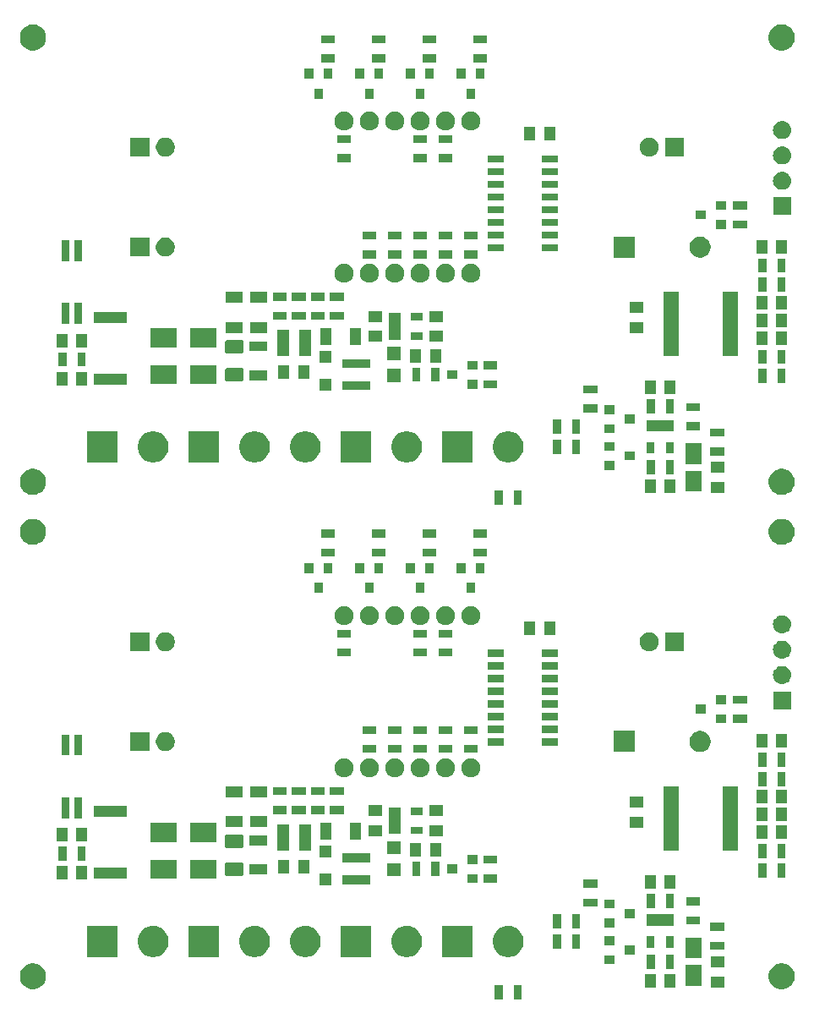
<source format=gbr>
%TF.GenerationSoftware,KiCad,Pcbnew,(5.0.1)-3*%
%TF.CreationDate,2019-02-02T04:30:43+03:00*%
%TF.ProjectId,Thermostat_V1 - Copy,546865726D6F737461745F5631202D20,rev?*%
%TF.SameCoordinates,Original*%
%TF.FileFunction,Soldermask,Top*%
%TF.FilePolarity,Negative*%
%FSLAX46Y46*%
G04 Gerber Fmt 4.6, Leading zero omitted, Abs format (unit mm)*
G04 Created by KiCad (PCBNEW (5.0.1)-3) date 2/2/2019 4:30:43 AM*
%MOMM*%
%LPD*%
G01*
G04 APERTURE LIST*
%ADD10C,0.100000*%
G04 APERTURE END LIST*
D10*
G36*
X71455000Y-159294000D02*
X70653000Y-159294000D01*
X70653000Y-157892000D01*
X71455000Y-157892000D01*
X71455000Y-159294000D01*
X71455000Y-159294000D01*
G37*
G36*
X69555000Y-159294000D02*
X68753000Y-159294000D01*
X68753000Y-157892000D01*
X69555000Y-157892000D01*
X69555000Y-159294000D01*
X69555000Y-159294000D01*
G37*
G36*
X97879485Y-155748996D02*
X97879487Y-155748997D01*
X97879488Y-155748997D01*
X98009863Y-155803000D01*
X98116255Y-155847069D01*
X98329342Y-155989449D01*
X98510551Y-156170658D01*
X98652931Y-156383745D01*
X98751004Y-156620515D01*
X98801000Y-156871861D01*
X98801000Y-157128139D01*
X98751004Y-157379485D01*
X98652931Y-157616255D01*
X98510551Y-157829342D01*
X98329342Y-158010551D01*
X98329339Y-158010553D01*
X98116255Y-158152931D01*
X97879488Y-158251003D01*
X97879487Y-158251003D01*
X97879485Y-158251004D01*
X97628139Y-158301000D01*
X97371861Y-158301000D01*
X97120515Y-158251004D01*
X97120513Y-158251003D01*
X97120512Y-158251003D01*
X96883745Y-158152931D01*
X96670661Y-158010553D01*
X96670658Y-158010551D01*
X96489449Y-157829342D01*
X96347069Y-157616255D01*
X96248996Y-157379485D01*
X96199000Y-157128139D01*
X96199000Y-156871861D01*
X96248996Y-156620515D01*
X96347069Y-156383745D01*
X96489449Y-156170658D01*
X96670658Y-155989449D01*
X96883745Y-155847069D01*
X96990137Y-155803000D01*
X97120512Y-155748997D01*
X97120513Y-155748997D01*
X97120515Y-155748996D01*
X97371861Y-155699000D01*
X97628139Y-155699000D01*
X97879485Y-155748996D01*
X97879485Y-155748996D01*
G37*
G36*
X22879485Y-155748996D02*
X22879487Y-155748997D01*
X22879488Y-155748997D01*
X23009863Y-155803000D01*
X23116255Y-155847069D01*
X23329342Y-155989449D01*
X23510551Y-156170658D01*
X23652931Y-156383745D01*
X23751004Y-156620515D01*
X23801000Y-156871861D01*
X23801000Y-157128139D01*
X23751004Y-157379485D01*
X23652931Y-157616255D01*
X23510551Y-157829342D01*
X23329342Y-158010551D01*
X23329339Y-158010553D01*
X23116255Y-158152931D01*
X22879488Y-158251003D01*
X22879487Y-158251003D01*
X22879485Y-158251004D01*
X22628139Y-158301000D01*
X22371861Y-158301000D01*
X22120515Y-158251004D01*
X22120513Y-158251003D01*
X22120512Y-158251003D01*
X21883745Y-158152931D01*
X21670661Y-158010553D01*
X21670658Y-158010551D01*
X21489449Y-157829342D01*
X21347069Y-157616255D01*
X21248996Y-157379485D01*
X21199000Y-157128139D01*
X21199000Y-156871861D01*
X21248996Y-156620515D01*
X21347069Y-156383745D01*
X21489449Y-156170658D01*
X21670658Y-155989449D01*
X21883745Y-155847069D01*
X21990137Y-155803000D01*
X22120512Y-155748997D01*
X22120513Y-155748997D01*
X22120515Y-155748996D01*
X22371861Y-155699000D01*
X22628139Y-155699000D01*
X22879485Y-155748996D01*
X22879485Y-155748996D01*
G37*
G36*
X86895000Y-158126000D02*
X85793000Y-158126000D01*
X85793000Y-156774000D01*
X86895000Y-156774000D01*
X86895000Y-158126000D01*
X86895000Y-158126000D01*
G37*
G36*
X84895000Y-158126000D02*
X83793000Y-158126000D01*
X83793000Y-156774000D01*
X84895000Y-156774000D01*
X84895000Y-158126000D01*
X84895000Y-158126000D01*
G37*
G36*
X91735000Y-158112000D02*
X90383000Y-158112000D01*
X90383000Y-157010000D01*
X91735000Y-157010000D01*
X91735000Y-158112000D01*
X91735000Y-158112000D01*
G37*
G36*
X89447000Y-157946000D02*
X87845000Y-157946000D01*
X87845000Y-155894000D01*
X89447000Y-155894000D01*
X89447000Y-157946000D01*
X89447000Y-157946000D01*
G37*
G36*
X84795000Y-156246000D02*
X83993000Y-156246000D01*
X83993000Y-154844000D01*
X84795000Y-154844000D01*
X84795000Y-156246000D01*
X84795000Y-156246000D01*
G37*
G36*
X86695000Y-156246000D02*
X85893000Y-156246000D01*
X85893000Y-154844000D01*
X86695000Y-154844000D01*
X86695000Y-156246000D01*
X86695000Y-156246000D01*
G37*
G36*
X91735000Y-156112000D02*
X90383000Y-156112000D01*
X90383000Y-155010000D01*
X91735000Y-155010000D01*
X91735000Y-156112000D01*
X91735000Y-156112000D01*
G37*
G36*
X80781000Y-155803000D02*
X79779000Y-155803000D01*
X79779000Y-154901000D01*
X80781000Y-154901000D01*
X80781000Y-155803000D01*
X80781000Y-155803000D01*
G37*
G36*
X89447000Y-155196000D02*
X87845000Y-155196000D01*
X87845000Y-153144000D01*
X89447000Y-153144000D01*
X89447000Y-155196000D01*
X89447000Y-155196000D01*
G37*
G36*
X45056527Y-152001736D02*
X45156410Y-152021604D01*
X45438674Y-152138521D01*
X45692705Y-152308259D01*
X45908741Y-152524295D01*
X46078479Y-152778326D01*
X46195396Y-153060590D01*
X46255000Y-153360240D01*
X46255000Y-153665760D01*
X46195396Y-153965410D01*
X46078479Y-154247674D01*
X45908741Y-154501705D01*
X45692705Y-154717741D01*
X45438674Y-154887479D01*
X45156410Y-155004396D01*
X45056527Y-155024264D01*
X44856762Y-155064000D01*
X44551238Y-155064000D01*
X44351473Y-155024264D01*
X44251590Y-155004396D01*
X43969326Y-154887479D01*
X43715295Y-154717741D01*
X43499259Y-154501705D01*
X43329521Y-154247674D01*
X43212604Y-153965410D01*
X43153000Y-153665760D01*
X43153000Y-153360240D01*
X43212604Y-153060590D01*
X43329521Y-152778326D01*
X43499259Y-152524295D01*
X43715295Y-152308259D01*
X43969326Y-152138521D01*
X44251590Y-152021604D01*
X44351473Y-152001736D01*
X44551238Y-151962000D01*
X44856762Y-151962000D01*
X45056527Y-152001736D01*
X45056527Y-152001736D01*
G37*
G36*
X41175000Y-155064000D02*
X38073000Y-155064000D01*
X38073000Y-151962000D01*
X41175000Y-151962000D01*
X41175000Y-155064000D01*
X41175000Y-155064000D01*
G37*
G36*
X34896527Y-152001736D02*
X34996410Y-152021604D01*
X35278674Y-152138521D01*
X35532705Y-152308259D01*
X35748741Y-152524295D01*
X35918479Y-152778326D01*
X36035396Y-153060590D01*
X36095000Y-153360240D01*
X36095000Y-153665760D01*
X36035396Y-153965410D01*
X35918479Y-154247674D01*
X35748741Y-154501705D01*
X35532705Y-154717741D01*
X35278674Y-154887479D01*
X34996410Y-155004396D01*
X34896527Y-155024264D01*
X34696762Y-155064000D01*
X34391238Y-155064000D01*
X34191473Y-155024264D01*
X34091590Y-155004396D01*
X33809326Y-154887479D01*
X33555295Y-154717741D01*
X33339259Y-154501705D01*
X33169521Y-154247674D01*
X33052604Y-153965410D01*
X32993000Y-153665760D01*
X32993000Y-153360240D01*
X33052604Y-153060590D01*
X33169521Y-152778326D01*
X33339259Y-152524295D01*
X33555295Y-152308259D01*
X33809326Y-152138521D01*
X34091590Y-152021604D01*
X34191473Y-152001736D01*
X34391238Y-151962000D01*
X34696762Y-151962000D01*
X34896527Y-152001736D01*
X34896527Y-152001736D01*
G37*
G36*
X31015000Y-155064000D02*
X27913000Y-155064000D01*
X27913000Y-151962000D01*
X31015000Y-151962000D01*
X31015000Y-155064000D01*
X31015000Y-155064000D01*
G37*
G36*
X50136527Y-152001736D02*
X50236410Y-152021604D01*
X50518674Y-152138521D01*
X50772705Y-152308259D01*
X50988741Y-152524295D01*
X51158479Y-152778326D01*
X51275396Y-153060590D01*
X51335000Y-153360240D01*
X51335000Y-153665760D01*
X51275396Y-153965410D01*
X51158479Y-154247674D01*
X50988741Y-154501705D01*
X50772705Y-154717741D01*
X50518674Y-154887479D01*
X50236410Y-155004396D01*
X50136527Y-155024264D01*
X49936762Y-155064000D01*
X49631238Y-155064000D01*
X49431473Y-155024264D01*
X49331590Y-155004396D01*
X49049326Y-154887479D01*
X48795295Y-154717741D01*
X48579259Y-154501705D01*
X48409521Y-154247674D01*
X48292604Y-153965410D01*
X48233000Y-153665760D01*
X48233000Y-153360240D01*
X48292604Y-153060590D01*
X48409521Y-152778326D01*
X48579259Y-152524295D01*
X48795295Y-152308259D01*
X49049326Y-152138521D01*
X49331590Y-152021604D01*
X49431473Y-152001736D01*
X49631238Y-151962000D01*
X49936762Y-151962000D01*
X50136527Y-152001736D01*
X50136527Y-152001736D01*
G37*
G36*
X56415000Y-155064000D02*
X53313000Y-155064000D01*
X53313000Y-151962000D01*
X56415000Y-151962000D01*
X56415000Y-155064000D01*
X56415000Y-155064000D01*
G37*
G36*
X60296527Y-152001736D02*
X60396410Y-152021604D01*
X60678674Y-152138521D01*
X60932705Y-152308259D01*
X61148741Y-152524295D01*
X61318479Y-152778326D01*
X61435396Y-153060590D01*
X61495000Y-153360240D01*
X61495000Y-153665760D01*
X61435396Y-153965410D01*
X61318479Y-154247674D01*
X61148741Y-154501705D01*
X60932705Y-154717741D01*
X60678674Y-154887479D01*
X60396410Y-155004396D01*
X60296527Y-155024264D01*
X60096762Y-155064000D01*
X59791238Y-155064000D01*
X59591473Y-155024264D01*
X59491590Y-155004396D01*
X59209326Y-154887479D01*
X58955295Y-154717741D01*
X58739259Y-154501705D01*
X58569521Y-154247674D01*
X58452604Y-153965410D01*
X58393000Y-153665760D01*
X58393000Y-153360240D01*
X58452604Y-153060590D01*
X58569521Y-152778326D01*
X58739259Y-152524295D01*
X58955295Y-152308259D01*
X59209326Y-152138521D01*
X59491590Y-152021604D01*
X59591473Y-152001736D01*
X59791238Y-151962000D01*
X60096762Y-151962000D01*
X60296527Y-152001736D01*
X60296527Y-152001736D01*
G37*
G36*
X66575000Y-155064000D02*
X63473000Y-155064000D01*
X63473000Y-151962000D01*
X66575000Y-151962000D01*
X66575000Y-155064000D01*
X66575000Y-155064000D01*
G37*
G36*
X70456527Y-152001736D02*
X70556410Y-152021604D01*
X70838674Y-152138521D01*
X71092705Y-152308259D01*
X71308741Y-152524295D01*
X71478479Y-152778326D01*
X71595396Y-153060590D01*
X71655000Y-153360240D01*
X71655000Y-153665760D01*
X71595396Y-153965410D01*
X71478479Y-154247674D01*
X71308741Y-154501705D01*
X71092705Y-154717741D01*
X70838674Y-154887479D01*
X70556410Y-155004396D01*
X70456527Y-155024264D01*
X70256762Y-155064000D01*
X69951238Y-155064000D01*
X69751473Y-155024264D01*
X69651590Y-155004396D01*
X69369326Y-154887479D01*
X69115295Y-154717741D01*
X68899259Y-154501705D01*
X68729521Y-154247674D01*
X68612604Y-153965410D01*
X68553000Y-153665760D01*
X68553000Y-153360240D01*
X68612604Y-153060590D01*
X68729521Y-152778326D01*
X68899259Y-152524295D01*
X69115295Y-152308259D01*
X69369326Y-152138521D01*
X69651590Y-152021604D01*
X69751473Y-152001736D01*
X69951238Y-151962000D01*
X70256762Y-151962000D01*
X70456527Y-152001736D01*
X70456527Y-152001736D01*
G37*
G36*
X82781000Y-154853000D02*
X81779000Y-154853000D01*
X81779000Y-153951000D01*
X82781000Y-153951000D01*
X82781000Y-154853000D01*
X82781000Y-154853000D01*
G37*
G36*
X91760000Y-154356000D02*
X90358000Y-154356000D01*
X90358000Y-153554000D01*
X91760000Y-153554000D01*
X91760000Y-154356000D01*
X91760000Y-154356000D01*
G37*
G36*
X75397000Y-154214000D02*
X74595000Y-154214000D01*
X74595000Y-152812000D01*
X75397000Y-152812000D01*
X75397000Y-154214000D01*
X75397000Y-154214000D01*
G37*
G36*
X77297000Y-154214000D02*
X76495000Y-154214000D01*
X76495000Y-152812000D01*
X77297000Y-152812000D01*
X77297000Y-154214000D01*
X77297000Y-154214000D01*
G37*
G36*
X84770000Y-154178000D02*
X84018000Y-154178000D01*
X84018000Y-153016000D01*
X84770000Y-153016000D01*
X84770000Y-154178000D01*
X84770000Y-154178000D01*
G37*
G36*
X86670000Y-154178000D02*
X85918000Y-154178000D01*
X85918000Y-153016000D01*
X86670000Y-153016000D01*
X86670000Y-154178000D01*
X86670000Y-154178000D01*
G37*
G36*
X80781000Y-153903000D02*
X79779000Y-153903000D01*
X79779000Y-153001000D01*
X80781000Y-153001000D01*
X80781000Y-153903000D01*
X80781000Y-153903000D01*
G37*
G36*
X91760000Y-152456000D02*
X90358000Y-152456000D01*
X90358000Y-151654000D01*
X91760000Y-151654000D01*
X91760000Y-152456000D01*
X91760000Y-152456000D01*
G37*
G36*
X75397000Y-152182000D02*
X74595000Y-152182000D01*
X74595000Y-150780000D01*
X75397000Y-150780000D01*
X75397000Y-152182000D01*
X75397000Y-152182000D01*
G37*
G36*
X77297000Y-152182000D02*
X76495000Y-152182000D01*
X76495000Y-150780000D01*
X77297000Y-150780000D01*
X77297000Y-152182000D01*
X77297000Y-152182000D01*
G37*
G36*
X80781000Y-152120000D02*
X79779000Y-152120000D01*
X79779000Y-151218000D01*
X80781000Y-151218000D01*
X80781000Y-152120000D01*
X80781000Y-152120000D01*
G37*
G36*
X86670000Y-151978000D02*
X84018000Y-151978000D01*
X84018000Y-150816000D01*
X86670000Y-150816000D01*
X86670000Y-151978000D01*
X86670000Y-151978000D01*
G37*
G36*
X89347000Y-151816000D02*
X87945000Y-151816000D01*
X87945000Y-151014000D01*
X89347000Y-151014000D01*
X89347000Y-151816000D01*
X89347000Y-151816000D01*
G37*
G36*
X82781000Y-151170000D02*
X81779000Y-151170000D01*
X81779000Y-150268000D01*
X82781000Y-150268000D01*
X82781000Y-151170000D01*
X82781000Y-151170000D01*
G37*
G36*
X80781000Y-150220000D02*
X79779000Y-150220000D01*
X79779000Y-149318000D01*
X80781000Y-149318000D01*
X80781000Y-150220000D01*
X80781000Y-150220000D01*
G37*
G36*
X84795000Y-150150000D02*
X83993000Y-150150000D01*
X83993000Y-148748000D01*
X84795000Y-148748000D01*
X84795000Y-150150000D01*
X84795000Y-150150000D01*
G37*
G36*
X86695000Y-150150000D02*
X85893000Y-150150000D01*
X85893000Y-148748000D01*
X86695000Y-148748000D01*
X86695000Y-150150000D01*
X86695000Y-150150000D01*
G37*
G36*
X79060000Y-150038000D02*
X77658000Y-150038000D01*
X77658000Y-149236000D01*
X79060000Y-149236000D01*
X79060000Y-150038000D01*
X79060000Y-150038000D01*
G37*
G36*
X89347000Y-149916000D02*
X87945000Y-149916000D01*
X87945000Y-149114000D01*
X89347000Y-149114000D01*
X89347000Y-149916000D01*
X89347000Y-149916000D01*
G37*
G36*
X84895000Y-148220000D02*
X83793000Y-148220000D01*
X83793000Y-146868000D01*
X84895000Y-146868000D01*
X84895000Y-148220000D01*
X84895000Y-148220000D01*
G37*
G36*
X86895000Y-148220000D02*
X85793000Y-148220000D01*
X85793000Y-146868000D01*
X86895000Y-146868000D01*
X86895000Y-148220000D01*
X86895000Y-148220000D01*
G37*
G36*
X79060000Y-148138000D02*
X77658000Y-148138000D01*
X77658000Y-147336000D01*
X79060000Y-147336000D01*
X79060000Y-148138000D01*
X79060000Y-148138000D01*
G37*
G36*
X52417000Y-147894000D02*
X51215000Y-147894000D01*
X51215000Y-146692000D01*
X52417000Y-146692000D01*
X52417000Y-147894000D01*
X52417000Y-147894000D01*
G37*
G36*
X56265000Y-147825000D02*
X53463000Y-147825000D01*
X53463000Y-146923000D01*
X56265000Y-146923000D01*
X56265000Y-147825000D01*
X56265000Y-147825000D01*
G37*
G36*
X67033000Y-147675000D02*
X66031000Y-147675000D01*
X66031000Y-146773000D01*
X67033000Y-146773000D01*
X67033000Y-147675000D01*
X67033000Y-147675000D01*
G37*
G36*
X69027000Y-147625000D02*
X67625000Y-147625000D01*
X67625000Y-146823000D01*
X69027000Y-146823000D01*
X69027000Y-147625000D01*
X69027000Y-147625000D01*
G37*
G36*
X27967000Y-147331000D02*
X26865000Y-147331000D01*
X26865000Y-145979000D01*
X27967000Y-145979000D01*
X27967000Y-147331000D01*
X27967000Y-147331000D01*
G37*
G36*
X25967000Y-147331000D02*
X24865000Y-147331000D01*
X24865000Y-145979000D01*
X25967000Y-145979000D01*
X25967000Y-147331000D01*
X25967000Y-147331000D01*
G37*
G36*
X31877000Y-147258000D02*
X28575000Y-147258000D01*
X28575000Y-146156000D01*
X31877000Y-146156000D01*
X31877000Y-147258000D01*
X31877000Y-147258000D01*
G37*
G36*
X40893000Y-147225000D02*
X38291000Y-147225000D01*
X38291000Y-145323000D01*
X40893000Y-145323000D01*
X40893000Y-147225000D01*
X40893000Y-147225000D01*
G37*
G36*
X36893000Y-147225000D02*
X34291000Y-147225000D01*
X34291000Y-145323000D01*
X36893000Y-145323000D01*
X36893000Y-147225000D01*
X36893000Y-147225000D01*
G37*
G36*
X97871000Y-147102000D02*
X97069000Y-147102000D01*
X97069000Y-145700000D01*
X97871000Y-145700000D01*
X97871000Y-147102000D01*
X97871000Y-147102000D01*
G37*
G36*
X95971000Y-147102000D02*
X95169000Y-147102000D01*
X95169000Y-145700000D01*
X95971000Y-145700000D01*
X95971000Y-147102000D01*
X95971000Y-147102000D01*
G37*
G36*
X59325000Y-147009000D02*
X58023000Y-147009000D01*
X58023000Y-145707000D01*
X59325000Y-145707000D01*
X59325000Y-147009000D01*
X59325000Y-147009000D01*
G37*
G36*
X61300000Y-146975000D02*
X60498000Y-146975000D01*
X60498000Y-145573000D01*
X61300000Y-145573000D01*
X61300000Y-146975000D01*
X61300000Y-146975000D01*
G37*
G36*
X63200000Y-146975000D02*
X62398000Y-146975000D01*
X62398000Y-145573000D01*
X63200000Y-145573000D01*
X63200000Y-146975000D01*
X63200000Y-146975000D01*
G37*
G36*
X43440604Y-145605347D02*
X43477145Y-145616432D01*
X43510820Y-145634431D01*
X43540341Y-145658659D01*
X43564569Y-145688180D01*
X43582568Y-145721855D01*
X43593653Y-145758396D01*
X43598000Y-145802538D01*
X43598000Y-146751462D01*
X43593653Y-146795604D01*
X43582568Y-146832145D01*
X43564569Y-146865820D01*
X43540341Y-146895341D01*
X43510820Y-146919569D01*
X43477145Y-146937568D01*
X43440604Y-146948653D01*
X43396462Y-146953000D01*
X41947538Y-146953000D01*
X41903396Y-146948653D01*
X41866855Y-146937568D01*
X41833180Y-146919569D01*
X41803659Y-146895341D01*
X41779431Y-146865820D01*
X41761432Y-146832145D01*
X41750347Y-146795604D01*
X41746000Y-146751462D01*
X41746000Y-145802538D01*
X41750347Y-145758396D01*
X41761432Y-145721855D01*
X41779431Y-145688180D01*
X41803659Y-145658659D01*
X41833180Y-145634431D01*
X41866855Y-145616432D01*
X41903396Y-145605347D01*
X41947538Y-145601000D01*
X43396462Y-145601000D01*
X43440604Y-145605347D01*
X43440604Y-145605347D01*
G37*
G36*
X45986000Y-146828000D02*
X44184000Y-146828000D01*
X44184000Y-145826000D01*
X45986000Y-145826000D01*
X45986000Y-146828000D01*
X45986000Y-146828000D01*
G37*
G36*
X65033000Y-146725000D02*
X64031000Y-146725000D01*
X64031000Y-145823000D01*
X65033000Y-145823000D01*
X65033000Y-146725000D01*
X65033000Y-146725000D01*
G37*
G36*
X50192000Y-146696000D02*
X49090000Y-146696000D01*
X49090000Y-145344000D01*
X50192000Y-145344000D01*
X50192000Y-146696000D01*
X50192000Y-146696000D01*
G37*
G36*
X48192000Y-146696000D02*
X47090000Y-146696000D01*
X47090000Y-145344000D01*
X48192000Y-145344000D01*
X48192000Y-146696000D01*
X48192000Y-146696000D01*
G37*
G36*
X67033000Y-145775000D02*
X66031000Y-145775000D01*
X66031000Y-144873000D01*
X67033000Y-144873000D01*
X67033000Y-145775000D01*
X67033000Y-145775000D01*
G37*
G36*
X69027000Y-145725000D02*
X67625000Y-145725000D01*
X67625000Y-144923000D01*
X69027000Y-144923000D01*
X69027000Y-145725000D01*
X69027000Y-145725000D01*
G37*
G36*
X56265000Y-145625000D02*
X53463000Y-145625000D01*
X53463000Y-144723000D01*
X56265000Y-144723000D01*
X56265000Y-145625000D01*
X56265000Y-145625000D01*
G37*
G36*
X25867000Y-145451000D02*
X25065000Y-145451000D01*
X25065000Y-144049000D01*
X25867000Y-144049000D01*
X25867000Y-145451000D01*
X25867000Y-145451000D01*
G37*
G36*
X27767000Y-145451000D02*
X26965000Y-145451000D01*
X26965000Y-144049000D01*
X27767000Y-144049000D01*
X27767000Y-145451000D01*
X27767000Y-145451000D01*
G37*
G36*
X95971000Y-145197000D02*
X95169000Y-145197000D01*
X95169000Y-143795000D01*
X95971000Y-143795000D01*
X95971000Y-145197000D01*
X95971000Y-145197000D01*
G37*
G36*
X97871000Y-145197000D02*
X97069000Y-145197000D01*
X97069000Y-143795000D01*
X97871000Y-143795000D01*
X97871000Y-145197000D01*
X97871000Y-145197000D01*
G37*
G36*
X52417000Y-145094000D02*
X51215000Y-145094000D01*
X51215000Y-143892000D01*
X52417000Y-143892000D01*
X52417000Y-145094000D01*
X52417000Y-145094000D01*
G37*
G36*
X61400000Y-145045000D02*
X60298000Y-145045000D01*
X60298000Y-143693000D01*
X61400000Y-143693000D01*
X61400000Y-145045000D01*
X61400000Y-145045000D01*
G37*
G36*
X63400000Y-145045000D02*
X62298000Y-145045000D01*
X62298000Y-143693000D01*
X63400000Y-143693000D01*
X63400000Y-145045000D01*
X63400000Y-145045000D01*
G37*
G36*
X59325000Y-144809000D02*
X58023000Y-144809000D01*
X58023000Y-143507000D01*
X59325000Y-143507000D01*
X59325000Y-144809000D01*
X59325000Y-144809000D01*
G37*
G36*
X50322000Y-144425000D02*
X49160000Y-144425000D01*
X49160000Y-141773000D01*
X50322000Y-141773000D01*
X50322000Y-144425000D01*
X50322000Y-144425000D01*
G37*
G36*
X48122000Y-144425000D02*
X46960000Y-144425000D01*
X46960000Y-141773000D01*
X48122000Y-141773000D01*
X48122000Y-144425000D01*
X48122000Y-144425000D01*
G37*
G36*
X87234000Y-144395000D02*
X85682000Y-144395000D01*
X85682000Y-137993000D01*
X87234000Y-137993000D01*
X87234000Y-144395000D01*
X87234000Y-144395000D01*
G37*
G36*
X93134000Y-144395000D02*
X91582000Y-144395000D01*
X91582000Y-137993000D01*
X93134000Y-137993000D01*
X93134000Y-144395000D01*
X93134000Y-144395000D01*
G37*
G36*
X43440604Y-142805347D02*
X43477145Y-142816432D01*
X43510820Y-142834431D01*
X43540341Y-142858659D01*
X43564569Y-142888180D01*
X43582568Y-142921855D01*
X43593653Y-142958396D01*
X43598000Y-143002538D01*
X43598000Y-143951462D01*
X43593653Y-143995604D01*
X43582568Y-144032145D01*
X43564569Y-144065820D01*
X43540341Y-144095341D01*
X43510820Y-144119569D01*
X43477145Y-144137568D01*
X43440604Y-144148653D01*
X43396462Y-144153000D01*
X41947538Y-144153000D01*
X41903396Y-144148653D01*
X41866855Y-144137568D01*
X41833180Y-144119569D01*
X41803659Y-144095341D01*
X41779431Y-144065820D01*
X41761432Y-144032145D01*
X41750347Y-143995604D01*
X41746000Y-143951462D01*
X41746000Y-143002538D01*
X41750347Y-142958396D01*
X41761432Y-142921855D01*
X41779431Y-142888180D01*
X41803659Y-142858659D01*
X41833180Y-142834431D01*
X41866855Y-142816432D01*
X41903396Y-142805347D01*
X41947538Y-142801000D01*
X43396462Y-142801000D01*
X43440604Y-142805347D01*
X43440604Y-142805347D01*
G37*
G36*
X45986000Y-143928000D02*
X44184000Y-143928000D01*
X44184000Y-142926000D01*
X45986000Y-142926000D01*
X45986000Y-143928000D01*
X45986000Y-143928000D01*
G37*
G36*
X36893000Y-143542000D02*
X34291000Y-143542000D01*
X34291000Y-141640000D01*
X36893000Y-141640000D01*
X36893000Y-143542000D01*
X36893000Y-143542000D01*
G37*
G36*
X40893000Y-143542000D02*
X38291000Y-143542000D01*
X38291000Y-141640000D01*
X40893000Y-141640000D01*
X40893000Y-143542000D01*
X40893000Y-143542000D01*
G37*
G36*
X25967000Y-143521000D02*
X24865000Y-143521000D01*
X24865000Y-142169000D01*
X25967000Y-142169000D01*
X25967000Y-143521000D01*
X25967000Y-143521000D01*
G37*
G36*
X27967000Y-143521000D02*
X26865000Y-143521000D01*
X26865000Y-142169000D01*
X27967000Y-142169000D01*
X27967000Y-143521000D01*
X27967000Y-143521000D01*
G37*
G36*
X55391000Y-143315000D02*
X54289000Y-143315000D01*
X54289000Y-141613000D01*
X55391000Y-141613000D01*
X55391000Y-143315000D01*
X55391000Y-143315000D01*
G37*
G36*
X52391000Y-143315000D02*
X51289000Y-143315000D01*
X51289000Y-141613000D01*
X52391000Y-141613000D01*
X52391000Y-143315000D01*
X52391000Y-143315000D01*
G37*
G36*
X96071000Y-143267000D02*
X94969000Y-143267000D01*
X94969000Y-141915000D01*
X96071000Y-141915000D01*
X96071000Y-143267000D01*
X96071000Y-143267000D01*
G37*
G36*
X98071000Y-143267000D02*
X96969000Y-143267000D01*
X96969000Y-141915000D01*
X98071000Y-141915000D01*
X98071000Y-143267000D01*
X98071000Y-143267000D01*
G37*
G36*
X57445000Y-142999000D02*
X56093000Y-142999000D01*
X56093000Y-141897000D01*
X57445000Y-141897000D01*
X57445000Y-142999000D01*
X57445000Y-142999000D01*
G37*
G36*
X63541000Y-142999000D02*
X62189000Y-142999000D01*
X62189000Y-141897000D01*
X63541000Y-141897000D01*
X63541000Y-142999000D01*
X63541000Y-142999000D01*
G37*
G36*
X61498000Y-142774000D02*
X60336000Y-142774000D01*
X60336000Y-142022000D01*
X61498000Y-142022000D01*
X61498000Y-142774000D01*
X61498000Y-142774000D01*
G37*
G36*
X59298000Y-142774000D02*
X58136000Y-142774000D01*
X58136000Y-140122000D01*
X59298000Y-140122000D01*
X59298000Y-142774000D01*
X59298000Y-142774000D01*
G37*
G36*
X83607000Y-142110000D02*
X82255000Y-142110000D01*
X82255000Y-141008000D01*
X83607000Y-141008000D01*
X83607000Y-142110000D01*
X83607000Y-142110000D01*
G37*
G36*
X45936000Y-142102000D02*
X44234000Y-142102000D01*
X44234000Y-141000000D01*
X45936000Y-141000000D01*
X45936000Y-142102000D01*
X45936000Y-142102000D01*
G37*
G36*
X43523000Y-142102000D02*
X41821000Y-142102000D01*
X41821000Y-141000000D01*
X43523000Y-141000000D01*
X43523000Y-142102000D01*
X43523000Y-142102000D01*
G37*
G36*
X98071000Y-141489000D02*
X96969000Y-141489000D01*
X96969000Y-140137000D01*
X98071000Y-140137000D01*
X98071000Y-141489000D01*
X98071000Y-141489000D01*
G37*
G36*
X96071000Y-141489000D02*
X94969000Y-141489000D01*
X94969000Y-140137000D01*
X96071000Y-140137000D01*
X96071000Y-141489000D01*
X96071000Y-141489000D01*
G37*
G36*
X27422000Y-141204000D02*
X26680000Y-141204000D01*
X26680000Y-139102000D01*
X27422000Y-139102000D01*
X27422000Y-141204000D01*
X27422000Y-141204000D01*
G37*
G36*
X26152000Y-141204000D02*
X25410000Y-141204000D01*
X25410000Y-139102000D01*
X26152000Y-139102000D01*
X26152000Y-141204000D01*
X26152000Y-141204000D01*
G37*
G36*
X31877000Y-141058000D02*
X28575000Y-141058000D01*
X28575000Y-139956000D01*
X31877000Y-139956000D01*
X31877000Y-141058000D01*
X31877000Y-141058000D01*
G37*
G36*
X63541000Y-140999000D02*
X62189000Y-140999000D01*
X62189000Y-139897000D01*
X63541000Y-139897000D01*
X63541000Y-140999000D01*
X63541000Y-140999000D01*
G37*
G36*
X57445000Y-140999000D02*
X56093000Y-140999000D01*
X56093000Y-139897000D01*
X57445000Y-139897000D01*
X57445000Y-140999000D01*
X57445000Y-140999000D01*
G37*
G36*
X61498000Y-140874000D02*
X60336000Y-140874000D01*
X60336000Y-140122000D01*
X61498000Y-140122000D01*
X61498000Y-140874000D01*
X61498000Y-140874000D01*
G37*
G36*
X53660000Y-140767000D02*
X52258000Y-140767000D01*
X52258000Y-139965000D01*
X53660000Y-139965000D01*
X53660000Y-140767000D01*
X53660000Y-140767000D01*
G37*
G36*
X47945000Y-140767000D02*
X46543000Y-140767000D01*
X46543000Y-139965000D01*
X47945000Y-139965000D01*
X47945000Y-140767000D01*
X47945000Y-140767000D01*
G37*
G36*
X49850000Y-140767000D02*
X48448000Y-140767000D01*
X48448000Y-139965000D01*
X49850000Y-139965000D01*
X49850000Y-140767000D01*
X49850000Y-140767000D01*
G37*
G36*
X51755000Y-140767000D02*
X50353000Y-140767000D01*
X50353000Y-139965000D01*
X51755000Y-139965000D01*
X51755000Y-140767000D01*
X51755000Y-140767000D01*
G37*
G36*
X83607000Y-140110000D02*
X82255000Y-140110000D01*
X82255000Y-139008000D01*
X83607000Y-139008000D01*
X83607000Y-140110000D01*
X83607000Y-140110000D01*
G37*
G36*
X96071000Y-139711000D02*
X94969000Y-139711000D01*
X94969000Y-138359000D01*
X96071000Y-138359000D01*
X96071000Y-139711000D01*
X96071000Y-139711000D01*
G37*
G36*
X98071000Y-139711000D02*
X96969000Y-139711000D01*
X96969000Y-138359000D01*
X98071000Y-138359000D01*
X98071000Y-139711000D01*
X98071000Y-139711000D01*
G37*
G36*
X43523000Y-139102000D02*
X41821000Y-139102000D01*
X41821000Y-138000000D01*
X43523000Y-138000000D01*
X43523000Y-139102000D01*
X43523000Y-139102000D01*
G37*
G36*
X45936000Y-139102000D02*
X44234000Y-139102000D01*
X44234000Y-138000000D01*
X45936000Y-138000000D01*
X45936000Y-139102000D01*
X45936000Y-139102000D01*
G37*
G36*
X53660000Y-138867000D02*
X52258000Y-138867000D01*
X52258000Y-138065000D01*
X53660000Y-138065000D01*
X53660000Y-138867000D01*
X53660000Y-138867000D01*
G37*
G36*
X51755000Y-138867000D02*
X50353000Y-138867000D01*
X50353000Y-138065000D01*
X51755000Y-138065000D01*
X51755000Y-138867000D01*
X51755000Y-138867000D01*
G37*
G36*
X49850000Y-138867000D02*
X48448000Y-138867000D01*
X48448000Y-138065000D01*
X49850000Y-138065000D01*
X49850000Y-138867000D01*
X49850000Y-138867000D01*
G37*
G36*
X47945000Y-138867000D02*
X46543000Y-138867000D01*
X46543000Y-138065000D01*
X47945000Y-138065000D01*
X47945000Y-138867000D01*
X47945000Y-138867000D01*
G37*
G36*
X95971000Y-137958000D02*
X95169000Y-137958000D01*
X95169000Y-136556000D01*
X95971000Y-136556000D01*
X95971000Y-137958000D01*
X95971000Y-137958000D01*
G37*
G36*
X97871000Y-137958000D02*
X97069000Y-137958000D01*
X97069000Y-136556000D01*
X97871000Y-136556000D01*
X97871000Y-137958000D01*
X97871000Y-137958000D01*
G37*
G36*
X61547396Y-135205546D02*
X61720466Y-135277234D01*
X61876230Y-135381312D01*
X62008688Y-135513770D01*
X62112766Y-135669534D01*
X62184454Y-135842604D01*
X62221000Y-136026333D01*
X62221000Y-136213667D01*
X62184454Y-136397396D01*
X62112766Y-136570466D01*
X62008688Y-136726230D01*
X61876230Y-136858688D01*
X61720466Y-136962766D01*
X61547396Y-137034454D01*
X61363667Y-137071000D01*
X61176333Y-137071000D01*
X60992604Y-137034454D01*
X60819534Y-136962766D01*
X60663770Y-136858688D01*
X60531312Y-136726230D01*
X60427234Y-136570466D01*
X60355546Y-136397396D01*
X60319000Y-136213667D01*
X60319000Y-136026333D01*
X60355546Y-135842604D01*
X60427234Y-135669534D01*
X60531312Y-135513770D01*
X60663770Y-135381312D01*
X60819534Y-135277234D01*
X60992604Y-135205546D01*
X61176333Y-135169000D01*
X61363667Y-135169000D01*
X61547396Y-135205546D01*
X61547396Y-135205546D01*
G37*
G36*
X64087396Y-135205546D02*
X64260466Y-135277234D01*
X64416230Y-135381312D01*
X64548688Y-135513770D01*
X64652766Y-135669534D01*
X64724454Y-135842604D01*
X64761000Y-136026333D01*
X64761000Y-136213667D01*
X64724454Y-136397396D01*
X64652766Y-136570466D01*
X64548688Y-136726230D01*
X64416230Y-136858688D01*
X64260466Y-136962766D01*
X64087396Y-137034454D01*
X63903667Y-137071000D01*
X63716333Y-137071000D01*
X63532604Y-137034454D01*
X63359534Y-136962766D01*
X63203770Y-136858688D01*
X63071312Y-136726230D01*
X62967234Y-136570466D01*
X62895546Y-136397396D01*
X62859000Y-136213667D01*
X62859000Y-136026333D01*
X62895546Y-135842604D01*
X62967234Y-135669534D01*
X63071312Y-135513770D01*
X63203770Y-135381312D01*
X63359534Y-135277234D01*
X63532604Y-135205546D01*
X63716333Y-135169000D01*
X63903667Y-135169000D01*
X64087396Y-135205546D01*
X64087396Y-135205546D01*
G37*
G36*
X66627396Y-135205546D02*
X66800466Y-135277234D01*
X66956230Y-135381312D01*
X67088688Y-135513770D01*
X67192766Y-135669534D01*
X67264454Y-135842604D01*
X67301000Y-136026333D01*
X67301000Y-136213667D01*
X67264454Y-136397396D01*
X67192766Y-136570466D01*
X67088688Y-136726230D01*
X66956230Y-136858688D01*
X66800466Y-136962766D01*
X66627396Y-137034454D01*
X66443667Y-137071000D01*
X66256333Y-137071000D01*
X66072604Y-137034454D01*
X65899534Y-136962766D01*
X65743770Y-136858688D01*
X65611312Y-136726230D01*
X65507234Y-136570466D01*
X65435546Y-136397396D01*
X65399000Y-136213667D01*
X65399000Y-136026333D01*
X65435546Y-135842604D01*
X65507234Y-135669534D01*
X65611312Y-135513770D01*
X65743770Y-135381312D01*
X65899534Y-135277234D01*
X66072604Y-135205546D01*
X66256333Y-135169000D01*
X66443667Y-135169000D01*
X66627396Y-135205546D01*
X66627396Y-135205546D01*
G37*
G36*
X59007396Y-135205546D02*
X59180466Y-135277234D01*
X59336230Y-135381312D01*
X59468688Y-135513770D01*
X59572766Y-135669534D01*
X59644454Y-135842604D01*
X59681000Y-136026333D01*
X59681000Y-136213667D01*
X59644454Y-136397396D01*
X59572766Y-136570466D01*
X59468688Y-136726230D01*
X59336230Y-136858688D01*
X59180466Y-136962766D01*
X59007396Y-137034454D01*
X58823667Y-137071000D01*
X58636333Y-137071000D01*
X58452604Y-137034454D01*
X58279534Y-136962766D01*
X58123770Y-136858688D01*
X57991312Y-136726230D01*
X57887234Y-136570466D01*
X57815546Y-136397396D01*
X57779000Y-136213667D01*
X57779000Y-136026333D01*
X57815546Y-135842604D01*
X57887234Y-135669534D01*
X57991312Y-135513770D01*
X58123770Y-135381312D01*
X58279534Y-135277234D01*
X58452604Y-135205546D01*
X58636333Y-135169000D01*
X58823667Y-135169000D01*
X59007396Y-135205546D01*
X59007396Y-135205546D01*
G37*
G36*
X56467396Y-135205546D02*
X56640466Y-135277234D01*
X56796230Y-135381312D01*
X56928688Y-135513770D01*
X57032766Y-135669534D01*
X57104454Y-135842604D01*
X57141000Y-136026333D01*
X57141000Y-136213667D01*
X57104454Y-136397396D01*
X57032766Y-136570466D01*
X56928688Y-136726230D01*
X56796230Y-136858688D01*
X56640466Y-136962766D01*
X56467396Y-137034454D01*
X56283667Y-137071000D01*
X56096333Y-137071000D01*
X55912604Y-137034454D01*
X55739534Y-136962766D01*
X55583770Y-136858688D01*
X55451312Y-136726230D01*
X55347234Y-136570466D01*
X55275546Y-136397396D01*
X55239000Y-136213667D01*
X55239000Y-136026333D01*
X55275546Y-135842604D01*
X55347234Y-135669534D01*
X55451312Y-135513770D01*
X55583770Y-135381312D01*
X55739534Y-135277234D01*
X55912604Y-135205546D01*
X56096333Y-135169000D01*
X56283667Y-135169000D01*
X56467396Y-135205546D01*
X56467396Y-135205546D01*
G37*
G36*
X53927396Y-135205546D02*
X54100466Y-135277234D01*
X54256230Y-135381312D01*
X54388688Y-135513770D01*
X54492766Y-135669534D01*
X54564454Y-135842604D01*
X54601000Y-136026333D01*
X54601000Y-136213667D01*
X54564454Y-136397396D01*
X54492766Y-136570466D01*
X54388688Y-136726230D01*
X54256230Y-136858688D01*
X54100466Y-136962766D01*
X53927396Y-137034454D01*
X53743667Y-137071000D01*
X53556333Y-137071000D01*
X53372604Y-137034454D01*
X53199534Y-136962766D01*
X53043770Y-136858688D01*
X52911312Y-136726230D01*
X52807234Y-136570466D01*
X52735546Y-136397396D01*
X52699000Y-136213667D01*
X52699000Y-136026333D01*
X52735546Y-135842604D01*
X52807234Y-135669534D01*
X52911312Y-135513770D01*
X53043770Y-135381312D01*
X53199534Y-135277234D01*
X53372604Y-135205546D01*
X53556333Y-135169000D01*
X53743667Y-135169000D01*
X53927396Y-135205546D01*
X53927396Y-135205546D01*
G37*
G36*
X97871000Y-136053000D02*
X97069000Y-136053000D01*
X97069000Y-134651000D01*
X97871000Y-134651000D01*
X97871000Y-136053000D01*
X97871000Y-136053000D01*
G37*
G36*
X95971000Y-136053000D02*
X95169000Y-136053000D01*
X95169000Y-134651000D01*
X95971000Y-134651000D01*
X95971000Y-136053000D01*
X95971000Y-136053000D01*
G37*
G36*
X27422000Y-134904000D02*
X26680000Y-134904000D01*
X26680000Y-132802000D01*
X27422000Y-132802000D01*
X27422000Y-134904000D01*
X27422000Y-134904000D01*
G37*
G36*
X26152000Y-134904000D02*
X25410000Y-134904000D01*
X25410000Y-132802000D01*
X26152000Y-132802000D01*
X26152000Y-134904000D01*
X26152000Y-134904000D01*
G37*
G36*
X64522319Y-134646061D02*
X63120319Y-134646061D01*
X63120319Y-133844061D01*
X64522319Y-133844061D01*
X64522319Y-134646061D01*
X64522319Y-134646061D01*
G37*
G36*
X67062319Y-134646061D02*
X65660319Y-134646061D01*
X65660319Y-133844061D01*
X67062319Y-133844061D01*
X67062319Y-134646061D01*
X67062319Y-134646061D01*
G37*
G36*
X61982319Y-134646061D02*
X60580319Y-134646061D01*
X60580319Y-133844061D01*
X61982319Y-133844061D01*
X61982319Y-134646061D01*
X61982319Y-134646061D01*
G37*
G36*
X56902319Y-134646061D02*
X55500319Y-134646061D01*
X55500319Y-133844061D01*
X56902319Y-133844061D01*
X56902319Y-134646061D01*
X56902319Y-134646061D01*
G37*
G36*
X59442319Y-134646061D02*
X58040319Y-134646061D01*
X58040319Y-133844061D01*
X59442319Y-133844061D01*
X59442319Y-134646061D01*
X59442319Y-134646061D01*
G37*
G36*
X89631065Y-132489389D02*
X89822334Y-132568615D01*
X89994476Y-132683637D01*
X90140863Y-132830024D01*
X90255885Y-133002166D01*
X90335111Y-133193435D01*
X90375500Y-133396484D01*
X90375500Y-133603516D01*
X90335111Y-133806565D01*
X90255885Y-133997834D01*
X90140863Y-134169976D01*
X89994476Y-134316363D01*
X89822334Y-134431385D01*
X89631065Y-134510611D01*
X89428016Y-134551000D01*
X89220984Y-134551000D01*
X89017935Y-134510611D01*
X88826666Y-134431385D01*
X88654524Y-134316363D01*
X88508137Y-134169976D01*
X88393115Y-133997834D01*
X88313889Y-133806565D01*
X88273500Y-133603516D01*
X88273500Y-133396484D01*
X88313889Y-133193435D01*
X88393115Y-133002166D01*
X88508137Y-132830024D01*
X88654524Y-132683637D01*
X88826666Y-132568615D01*
X89017935Y-132489389D01*
X89220984Y-132449000D01*
X89428016Y-132449000D01*
X89631065Y-132489389D01*
X89631065Y-132489389D01*
G37*
G36*
X82775500Y-134551000D02*
X80673500Y-134551000D01*
X80673500Y-132449000D01*
X82775500Y-132449000D01*
X82775500Y-134551000D01*
X82775500Y-134551000D01*
G37*
G36*
X34181000Y-134451000D02*
X32279000Y-134451000D01*
X32279000Y-132549000D01*
X34181000Y-132549000D01*
X34181000Y-134451000D01*
X34181000Y-134451000D01*
G37*
G36*
X36047396Y-132585546D02*
X36220466Y-132657234D01*
X36376230Y-132761312D01*
X36508688Y-132893770D01*
X36612766Y-133049534D01*
X36684454Y-133222604D01*
X36721000Y-133406333D01*
X36721000Y-133593667D01*
X36684454Y-133777396D01*
X36612766Y-133950466D01*
X36508688Y-134106230D01*
X36376230Y-134238688D01*
X36220466Y-134342766D01*
X36047396Y-134414454D01*
X35863667Y-134451000D01*
X35676333Y-134451000D01*
X35492604Y-134414454D01*
X35319534Y-134342766D01*
X35163770Y-134238688D01*
X35031312Y-134106230D01*
X34927234Y-133950466D01*
X34855546Y-133777396D01*
X34819000Y-133593667D01*
X34819000Y-133406333D01*
X34855546Y-133222604D01*
X34927234Y-133049534D01*
X35031312Y-132893770D01*
X35163770Y-132761312D01*
X35319534Y-132657234D01*
X35492604Y-132585546D01*
X35676333Y-132549000D01*
X35863667Y-132549000D01*
X36047396Y-132585546D01*
X36047396Y-132585546D01*
G37*
G36*
X96071000Y-134123000D02*
X94969000Y-134123000D01*
X94969000Y-132771000D01*
X96071000Y-132771000D01*
X96071000Y-134123000D01*
X96071000Y-134123000D01*
G37*
G36*
X98071000Y-134123000D02*
X96969000Y-134123000D01*
X96969000Y-132771000D01*
X98071000Y-132771000D01*
X98071000Y-134123000D01*
X98071000Y-134123000D01*
G37*
G36*
X75069319Y-133900061D02*
X73467319Y-133900061D01*
X73467319Y-133198061D01*
X75069319Y-133198061D01*
X75069319Y-133900061D01*
X75069319Y-133900061D01*
G37*
G36*
X69669319Y-133900061D02*
X68067319Y-133900061D01*
X68067319Y-133198061D01*
X69669319Y-133198061D01*
X69669319Y-133900061D01*
X69669319Y-133900061D01*
G37*
G36*
X59442319Y-132746061D02*
X58040319Y-132746061D01*
X58040319Y-131944061D01*
X59442319Y-131944061D01*
X59442319Y-132746061D01*
X59442319Y-132746061D01*
G37*
G36*
X67062319Y-132746061D02*
X65660319Y-132746061D01*
X65660319Y-131944061D01*
X67062319Y-131944061D01*
X67062319Y-132746061D01*
X67062319Y-132746061D01*
G37*
G36*
X56902319Y-132746061D02*
X55500319Y-132746061D01*
X55500319Y-131944061D01*
X56902319Y-131944061D01*
X56902319Y-132746061D01*
X56902319Y-132746061D01*
G37*
G36*
X64522319Y-132746061D02*
X63120319Y-132746061D01*
X63120319Y-131944061D01*
X64522319Y-131944061D01*
X64522319Y-132746061D01*
X64522319Y-132746061D01*
G37*
G36*
X61982319Y-132746061D02*
X60580319Y-132746061D01*
X60580319Y-131944061D01*
X61982319Y-131944061D01*
X61982319Y-132746061D01*
X61982319Y-132746061D01*
G37*
G36*
X69669319Y-132630061D02*
X68067319Y-132630061D01*
X68067319Y-131928061D01*
X69669319Y-131928061D01*
X69669319Y-132630061D01*
X69669319Y-132630061D01*
G37*
G36*
X75069319Y-132630061D02*
X73467319Y-132630061D01*
X73467319Y-131928061D01*
X75069319Y-131928061D01*
X75069319Y-132630061D01*
X75069319Y-132630061D01*
G37*
G36*
X91925000Y-131673000D02*
X90923000Y-131673000D01*
X90923000Y-130771000D01*
X91925000Y-130771000D01*
X91925000Y-131673000D01*
X91925000Y-131673000D01*
G37*
G36*
X94046000Y-131623000D02*
X92644000Y-131623000D01*
X92644000Y-130821000D01*
X94046000Y-130821000D01*
X94046000Y-131623000D01*
X94046000Y-131623000D01*
G37*
G36*
X69669319Y-131360061D02*
X68067319Y-131360061D01*
X68067319Y-130658061D01*
X69669319Y-130658061D01*
X69669319Y-131360061D01*
X69669319Y-131360061D01*
G37*
G36*
X75069319Y-131360061D02*
X73467319Y-131360061D01*
X73467319Y-130658061D01*
X75069319Y-130658061D01*
X75069319Y-131360061D01*
X75069319Y-131360061D01*
G37*
G36*
X89925000Y-130723000D02*
X88923000Y-130723000D01*
X88923000Y-129821000D01*
X89925000Y-129821000D01*
X89925000Y-130723000D01*
X89925000Y-130723000D01*
G37*
G36*
X98437000Y-130284000D02*
X96635000Y-130284000D01*
X96635000Y-128482000D01*
X98437000Y-128482000D01*
X98437000Y-130284000D01*
X98437000Y-130284000D01*
G37*
G36*
X75069319Y-130090061D02*
X73467319Y-130090061D01*
X73467319Y-129388061D01*
X75069319Y-129388061D01*
X75069319Y-130090061D01*
X75069319Y-130090061D01*
G37*
G36*
X69669319Y-130090061D02*
X68067319Y-130090061D01*
X68067319Y-129388061D01*
X69669319Y-129388061D01*
X69669319Y-130090061D01*
X69669319Y-130090061D01*
G37*
G36*
X91925000Y-129773000D02*
X90923000Y-129773000D01*
X90923000Y-128871000D01*
X91925000Y-128871000D01*
X91925000Y-129773000D01*
X91925000Y-129773000D01*
G37*
G36*
X94046000Y-129723000D02*
X92644000Y-129723000D01*
X92644000Y-128921000D01*
X94046000Y-128921000D01*
X94046000Y-129723000D01*
X94046000Y-129723000D01*
G37*
G36*
X75069319Y-128820061D02*
X73467319Y-128820061D01*
X73467319Y-128118061D01*
X75069319Y-128118061D01*
X75069319Y-128820061D01*
X75069319Y-128820061D01*
G37*
G36*
X69669319Y-128820061D02*
X68067319Y-128820061D01*
X68067319Y-128118061D01*
X69669319Y-128118061D01*
X69669319Y-128820061D01*
X69669319Y-128820061D01*
G37*
G36*
X97646442Y-125948518D02*
X97712627Y-125955037D01*
X97825853Y-125989384D01*
X97882467Y-126006557D01*
X98021087Y-126080652D01*
X98038991Y-126090222D01*
X98074729Y-126119552D01*
X98176186Y-126202814D01*
X98239580Y-126280061D01*
X98288778Y-126340009D01*
X98288779Y-126340011D01*
X98372443Y-126496533D01*
X98372443Y-126496534D01*
X98423963Y-126666373D01*
X98441359Y-126843000D01*
X98423963Y-127019627D01*
X98389616Y-127132853D01*
X98372443Y-127189467D01*
X98298348Y-127328087D01*
X98288778Y-127345991D01*
X98259448Y-127381729D01*
X98176186Y-127483186D01*
X98094697Y-127550061D01*
X98038991Y-127595778D01*
X98038989Y-127595779D01*
X97882467Y-127679443D01*
X97825853Y-127696616D01*
X97712627Y-127730963D01*
X97646442Y-127737482D01*
X97580260Y-127744000D01*
X97491740Y-127744000D01*
X97425558Y-127737482D01*
X97359373Y-127730963D01*
X97246147Y-127696616D01*
X97189533Y-127679443D01*
X97033011Y-127595779D01*
X97033009Y-127595778D01*
X96977303Y-127550061D01*
X96895814Y-127483186D01*
X96812552Y-127381729D01*
X96783222Y-127345991D01*
X96773652Y-127328087D01*
X96699557Y-127189467D01*
X96682384Y-127132853D01*
X96648037Y-127019627D01*
X96630641Y-126843000D01*
X96648037Y-126666373D01*
X96699557Y-126496534D01*
X96699557Y-126496533D01*
X96783221Y-126340011D01*
X96783222Y-126340009D01*
X96832420Y-126280061D01*
X96895814Y-126202814D01*
X96997271Y-126119552D01*
X97033009Y-126090222D01*
X97050913Y-126080652D01*
X97189533Y-126006557D01*
X97246147Y-125989384D01*
X97359373Y-125955037D01*
X97425558Y-125948518D01*
X97491740Y-125942000D01*
X97580260Y-125942000D01*
X97646442Y-125948518D01*
X97646442Y-125948518D01*
G37*
G36*
X75069319Y-127550061D02*
X73467319Y-127550061D01*
X73467319Y-126848061D01*
X75069319Y-126848061D01*
X75069319Y-127550061D01*
X75069319Y-127550061D01*
G37*
G36*
X69669319Y-127550061D02*
X68067319Y-127550061D01*
X68067319Y-126848061D01*
X69669319Y-126848061D01*
X69669319Y-127550061D01*
X69669319Y-127550061D01*
G37*
G36*
X75069319Y-126280061D02*
X73467319Y-126280061D01*
X73467319Y-125578061D01*
X75069319Y-125578061D01*
X75069319Y-126280061D01*
X75069319Y-126280061D01*
G37*
G36*
X69669319Y-126280061D02*
X68067319Y-126280061D01*
X68067319Y-125578061D01*
X69669319Y-125578061D01*
X69669319Y-126280061D01*
X69669319Y-126280061D01*
G37*
G36*
X97624273Y-123406335D02*
X97712627Y-123415037D01*
X97825853Y-123449384D01*
X97882467Y-123466557D01*
X98021087Y-123540652D01*
X98038991Y-123550222D01*
X98074729Y-123579552D01*
X98176186Y-123662814D01*
X98259448Y-123764271D01*
X98288778Y-123800009D01*
X98288779Y-123800011D01*
X98372443Y-123956533D01*
X98372443Y-123956534D01*
X98423963Y-124126373D01*
X98441359Y-124303000D01*
X98423963Y-124479627D01*
X98389616Y-124592853D01*
X98372443Y-124649467D01*
X98298348Y-124788087D01*
X98288778Y-124805991D01*
X98259448Y-124841729D01*
X98176186Y-124943186D01*
X98094697Y-125010061D01*
X98038991Y-125055778D01*
X98038989Y-125055779D01*
X97882467Y-125139443D01*
X97825853Y-125156616D01*
X97712627Y-125190963D01*
X97646443Y-125197481D01*
X97580260Y-125204000D01*
X97491740Y-125204000D01*
X97425557Y-125197481D01*
X97359373Y-125190963D01*
X97246147Y-125156616D01*
X97189533Y-125139443D01*
X97033011Y-125055779D01*
X97033009Y-125055778D01*
X96977303Y-125010061D01*
X96895814Y-124943186D01*
X96812552Y-124841729D01*
X96783222Y-124805991D01*
X96773652Y-124788087D01*
X96699557Y-124649467D01*
X96682384Y-124592853D01*
X96648037Y-124479627D01*
X96630641Y-124303000D01*
X96648037Y-124126373D01*
X96699557Y-123956534D01*
X96699557Y-123956533D01*
X96783221Y-123800011D01*
X96783222Y-123800009D01*
X96812552Y-123764271D01*
X96895814Y-123662814D01*
X96997271Y-123579552D01*
X97033009Y-123550222D01*
X97050913Y-123540652D01*
X97189533Y-123466557D01*
X97246147Y-123449384D01*
X97359373Y-123415037D01*
X97447727Y-123406335D01*
X97491740Y-123402000D01*
X97580260Y-123402000D01*
X97624273Y-123406335D01*
X97624273Y-123406335D01*
G37*
G36*
X75069319Y-125010061D02*
X73467319Y-125010061D01*
X73467319Y-124308061D01*
X75069319Y-124308061D01*
X75069319Y-125010061D01*
X75069319Y-125010061D01*
G37*
G36*
X69669319Y-125010061D02*
X68067319Y-125010061D01*
X68067319Y-124308061D01*
X69669319Y-124308061D01*
X69669319Y-125010061D01*
X69669319Y-125010061D01*
G37*
G36*
X54362319Y-124994061D02*
X52960319Y-124994061D01*
X52960319Y-124192061D01*
X54362319Y-124192061D01*
X54362319Y-124994061D01*
X54362319Y-124994061D01*
G37*
G36*
X61982319Y-124994061D02*
X60580319Y-124994061D01*
X60580319Y-124192061D01*
X61982319Y-124192061D01*
X61982319Y-124994061D01*
X61982319Y-124994061D01*
G37*
G36*
X64522319Y-124994061D02*
X63120319Y-124994061D01*
X63120319Y-124192061D01*
X64522319Y-124192061D01*
X64522319Y-124994061D01*
X64522319Y-124994061D01*
G37*
G36*
X36047396Y-122585546D02*
X36220466Y-122657234D01*
X36376230Y-122761312D01*
X36508688Y-122893770D01*
X36612766Y-123049534D01*
X36684454Y-123222604D01*
X36721000Y-123406333D01*
X36721000Y-123593667D01*
X36684454Y-123777396D01*
X36612766Y-123950466D01*
X36508688Y-124106230D01*
X36376230Y-124238688D01*
X36220466Y-124342766D01*
X36047396Y-124414454D01*
X35863667Y-124451000D01*
X35676333Y-124451000D01*
X35492604Y-124414454D01*
X35319534Y-124342766D01*
X35163770Y-124238688D01*
X35031312Y-124106230D01*
X34927234Y-123950466D01*
X34855546Y-123777396D01*
X34819000Y-123593667D01*
X34819000Y-123406333D01*
X34855546Y-123222604D01*
X34927234Y-123049534D01*
X35031312Y-122893770D01*
X35163770Y-122761312D01*
X35319534Y-122657234D01*
X35492604Y-122585546D01*
X35676333Y-122549000D01*
X35863667Y-122549000D01*
X36047396Y-122585546D01*
X36047396Y-122585546D01*
G37*
G36*
X87721000Y-124451000D02*
X85819000Y-124451000D01*
X85819000Y-122549000D01*
X87721000Y-122549000D01*
X87721000Y-124451000D01*
X87721000Y-124451000D01*
G37*
G36*
X84507396Y-122585546D02*
X84680466Y-122657234D01*
X84836230Y-122761312D01*
X84968688Y-122893770D01*
X85072766Y-123049534D01*
X85144454Y-123222604D01*
X85181000Y-123406333D01*
X85181000Y-123593667D01*
X85144454Y-123777396D01*
X85072766Y-123950466D01*
X84968688Y-124106230D01*
X84836230Y-124238688D01*
X84680466Y-124342766D01*
X84507396Y-124414454D01*
X84323667Y-124451000D01*
X84136333Y-124451000D01*
X83952604Y-124414454D01*
X83779534Y-124342766D01*
X83623770Y-124238688D01*
X83491312Y-124106230D01*
X83387234Y-123950466D01*
X83315546Y-123777396D01*
X83279000Y-123593667D01*
X83279000Y-123406333D01*
X83315546Y-123222604D01*
X83387234Y-123049534D01*
X83491312Y-122893770D01*
X83623770Y-122761312D01*
X83779534Y-122657234D01*
X83952604Y-122585546D01*
X84136333Y-122549000D01*
X84323667Y-122549000D01*
X84507396Y-122585546D01*
X84507396Y-122585546D01*
G37*
G36*
X34181000Y-124451000D02*
X32279000Y-124451000D01*
X32279000Y-122549000D01*
X34181000Y-122549000D01*
X34181000Y-124451000D01*
X34181000Y-124451000D01*
G37*
G36*
X64522319Y-123094061D02*
X63120319Y-123094061D01*
X63120319Y-122292061D01*
X64522319Y-122292061D01*
X64522319Y-123094061D01*
X64522319Y-123094061D01*
G37*
G36*
X54362319Y-123094061D02*
X52960319Y-123094061D01*
X52960319Y-122292061D01*
X54362319Y-122292061D01*
X54362319Y-123094061D01*
X54362319Y-123094061D01*
G37*
G36*
X61982319Y-123094061D02*
X60580319Y-123094061D01*
X60580319Y-122292061D01*
X61982319Y-122292061D01*
X61982319Y-123094061D01*
X61982319Y-123094061D01*
G37*
G36*
X74830000Y-122820000D02*
X73728000Y-122820000D01*
X73728000Y-121468000D01*
X74830000Y-121468000D01*
X74830000Y-122820000D01*
X74830000Y-122820000D01*
G37*
G36*
X72830000Y-122820000D02*
X71728000Y-122820000D01*
X71728000Y-121468000D01*
X72830000Y-121468000D01*
X72830000Y-122820000D01*
X72830000Y-122820000D01*
G37*
G36*
X97646443Y-120868519D02*
X97712627Y-120875037D01*
X97825853Y-120909384D01*
X97882467Y-120926557D01*
X97970602Y-120973667D01*
X98038991Y-121010222D01*
X98074729Y-121039552D01*
X98176186Y-121122814D01*
X98259448Y-121224271D01*
X98288778Y-121260009D01*
X98288779Y-121260011D01*
X98372443Y-121416533D01*
X98372443Y-121416534D01*
X98423963Y-121586373D01*
X98441359Y-121763000D01*
X98423963Y-121939627D01*
X98389616Y-122052853D01*
X98372443Y-122109467D01*
X98298348Y-122248087D01*
X98288778Y-122265991D01*
X98267383Y-122292061D01*
X98176186Y-122403186D01*
X98074729Y-122486448D01*
X98038991Y-122515778D01*
X98038989Y-122515779D01*
X97882467Y-122599443D01*
X97825853Y-122616616D01*
X97712627Y-122650963D01*
X97648955Y-122657234D01*
X97580260Y-122664000D01*
X97491740Y-122664000D01*
X97423045Y-122657234D01*
X97359373Y-122650963D01*
X97246147Y-122616616D01*
X97189533Y-122599443D01*
X97033011Y-122515779D01*
X97033009Y-122515778D01*
X96997271Y-122486448D01*
X96895814Y-122403186D01*
X96804617Y-122292061D01*
X96783222Y-122265991D01*
X96773652Y-122248087D01*
X96699557Y-122109467D01*
X96682384Y-122052853D01*
X96648037Y-121939627D01*
X96630641Y-121763000D01*
X96648037Y-121586373D01*
X96699557Y-121416534D01*
X96699557Y-121416533D01*
X96783221Y-121260011D01*
X96783222Y-121260009D01*
X96812552Y-121224271D01*
X96895814Y-121122814D01*
X96997271Y-121039552D01*
X97033009Y-121010222D01*
X97101398Y-120973667D01*
X97189533Y-120926557D01*
X97246147Y-120909384D01*
X97359373Y-120875037D01*
X97425557Y-120868519D01*
X97491740Y-120862000D01*
X97580260Y-120862000D01*
X97646443Y-120868519D01*
X97646443Y-120868519D01*
G37*
G36*
X66627396Y-119965546D02*
X66800466Y-120037234D01*
X66956230Y-120141312D01*
X67088688Y-120273770D01*
X67192766Y-120429534D01*
X67264454Y-120602604D01*
X67301000Y-120786333D01*
X67301000Y-120973667D01*
X67264454Y-121157396D01*
X67192766Y-121330466D01*
X67088688Y-121486230D01*
X66956230Y-121618688D01*
X66800466Y-121722766D01*
X66627396Y-121794454D01*
X66443667Y-121831000D01*
X66256333Y-121831000D01*
X66072604Y-121794454D01*
X65899534Y-121722766D01*
X65743770Y-121618688D01*
X65611312Y-121486230D01*
X65507234Y-121330466D01*
X65435546Y-121157396D01*
X65399000Y-120973667D01*
X65399000Y-120786333D01*
X65435546Y-120602604D01*
X65507234Y-120429534D01*
X65611312Y-120273770D01*
X65743770Y-120141312D01*
X65899534Y-120037234D01*
X66072604Y-119965546D01*
X66256333Y-119929000D01*
X66443667Y-119929000D01*
X66627396Y-119965546D01*
X66627396Y-119965546D01*
G37*
G36*
X64087396Y-119965546D02*
X64260466Y-120037234D01*
X64416230Y-120141312D01*
X64548688Y-120273770D01*
X64652766Y-120429534D01*
X64724454Y-120602604D01*
X64761000Y-120786333D01*
X64761000Y-120973667D01*
X64724454Y-121157396D01*
X64652766Y-121330466D01*
X64548688Y-121486230D01*
X64416230Y-121618688D01*
X64260466Y-121722766D01*
X64087396Y-121794454D01*
X63903667Y-121831000D01*
X63716333Y-121831000D01*
X63532604Y-121794454D01*
X63359534Y-121722766D01*
X63203770Y-121618688D01*
X63071312Y-121486230D01*
X62967234Y-121330466D01*
X62895546Y-121157396D01*
X62859000Y-120973667D01*
X62859000Y-120786333D01*
X62895546Y-120602604D01*
X62967234Y-120429534D01*
X63071312Y-120273770D01*
X63203770Y-120141312D01*
X63359534Y-120037234D01*
X63532604Y-119965546D01*
X63716333Y-119929000D01*
X63903667Y-119929000D01*
X64087396Y-119965546D01*
X64087396Y-119965546D01*
G37*
G36*
X61547396Y-119965546D02*
X61720466Y-120037234D01*
X61876230Y-120141312D01*
X62008688Y-120273770D01*
X62112766Y-120429534D01*
X62184454Y-120602604D01*
X62221000Y-120786333D01*
X62221000Y-120973667D01*
X62184454Y-121157396D01*
X62112766Y-121330466D01*
X62008688Y-121486230D01*
X61876230Y-121618688D01*
X61720466Y-121722766D01*
X61547396Y-121794454D01*
X61363667Y-121831000D01*
X61176333Y-121831000D01*
X60992604Y-121794454D01*
X60819534Y-121722766D01*
X60663770Y-121618688D01*
X60531312Y-121486230D01*
X60427234Y-121330466D01*
X60355546Y-121157396D01*
X60319000Y-120973667D01*
X60319000Y-120786333D01*
X60355546Y-120602604D01*
X60427234Y-120429534D01*
X60531312Y-120273770D01*
X60663770Y-120141312D01*
X60819534Y-120037234D01*
X60992604Y-119965546D01*
X61176333Y-119929000D01*
X61363667Y-119929000D01*
X61547396Y-119965546D01*
X61547396Y-119965546D01*
G37*
G36*
X56467396Y-119965546D02*
X56640466Y-120037234D01*
X56796230Y-120141312D01*
X56928688Y-120273770D01*
X57032766Y-120429534D01*
X57104454Y-120602604D01*
X57141000Y-120786333D01*
X57141000Y-120973667D01*
X57104454Y-121157396D01*
X57032766Y-121330466D01*
X56928688Y-121486230D01*
X56796230Y-121618688D01*
X56640466Y-121722766D01*
X56467396Y-121794454D01*
X56283667Y-121831000D01*
X56096333Y-121831000D01*
X55912604Y-121794454D01*
X55739534Y-121722766D01*
X55583770Y-121618688D01*
X55451312Y-121486230D01*
X55347234Y-121330466D01*
X55275546Y-121157396D01*
X55239000Y-120973667D01*
X55239000Y-120786333D01*
X55275546Y-120602604D01*
X55347234Y-120429534D01*
X55451312Y-120273770D01*
X55583770Y-120141312D01*
X55739534Y-120037234D01*
X55912604Y-119965546D01*
X56096333Y-119929000D01*
X56283667Y-119929000D01*
X56467396Y-119965546D01*
X56467396Y-119965546D01*
G37*
G36*
X53927396Y-119965546D02*
X54100466Y-120037234D01*
X54256230Y-120141312D01*
X54388688Y-120273770D01*
X54492766Y-120429534D01*
X54564454Y-120602604D01*
X54601000Y-120786333D01*
X54601000Y-120973667D01*
X54564454Y-121157396D01*
X54492766Y-121330466D01*
X54388688Y-121486230D01*
X54256230Y-121618688D01*
X54100466Y-121722766D01*
X53927396Y-121794454D01*
X53743667Y-121831000D01*
X53556333Y-121831000D01*
X53372604Y-121794454D01*
X53199534Y-121722766D01*
X53043770Y-121618688D01*
X52911312Y-121486230D01*
X52807234Y-121330466D01*
X52735546Y-121157396D01*
X52699000Y-120973667D01*
X52699000Y-120786333D01*
X52735546Y-120602604D01*
X52807234Y-120429534D01*
X52911312Y-120273770D01*
X53043770Y-120141312D01*
X53199534Y-120037234D01*
X53372604Y-119965546D01*
X53556333Y-119929000D01*
X53743667Y-119929000D01*
X53927396Y-119965546D01*
X53927396Y-119965546D01*
G37*
G36*
X59007396Y-119965546D02*
X59180466Y-120037234D01*
X59336230Y-120141312D01*
X59468688Y-120273770D01*
X59572766Y-120429534D01*
X59644454Y-120602604D01*
X59681000Y-120786333D01*
X59681000Y-120973667D01*
X59644454Y-121157396D01*
X59572766Y-121330466D01*
X59468688Y-121486230D01*
X59336230Y-121618688D01*
X59180466Y-121722766D01*
X59007396Y-121794454D01*
X58823667Y-121831000D01*
X58636333Y-121831000D01*
X58452604Y-121794454D01*
X58279534Y-121722766D01*
X58123770Y-121618688D01*
X57991312Y-121486230D01*
X57887234Y-121330466D01*
X57815546Y-121157396D01*
X57779000Y-120973667D01*
X57779000Y-120786333D01*
X57815546Y-120602604D01*
X57887234Y-120429534D01*
X57991312Y-120273770D01*
X58123770Y-120141312D01*
X58279534Y-120037234D01*
X58452604Y-119965546D01*
X58636333Y-119929000D01*
X58823667Y-119929000D01*
X59007396Y-119965546D01*
X59007396Y-119965546D01*
G37*
G36*
X61728500Y-118628500D02*
X60826500Y-118628500D01*
X60826500Y-117626500D01*
X61728500Y-117626500D01*
X61728500Y-118628500D01*
X61728500Y-118628500D01*
G37*
G36*
X66808500Y-118628500D02*
X65906500Y-118628500D01*
X65906500Y-117626500D01*
X66808500Y-117626500D01*
X66808500Y-118628500D01*
X66808500Y-118628500D01*
G37*
G36*
X56648500Y-118628500D02*
X55746500Y-118628500D01*
X55746500Y-117626500D01*
X56648500Y-117626500D01*
X56648500Y-118628500D01*
X56648500Y-118628500D01*
G37*
G36*
X51568500Y-118628500D02*
X50666500Y-118628500D01*
X50666500Y-117626500D01*
X51568500Y-117626500D01*
X51568500Y-118628500D01*
X51568500Y-118628500D01*
G37*
G36*
X52518500Y-116628500D02*
X51616500Y-116628500D01*
X51616500Y-115626500D01*
X52518500Y-115626500D01*
X52518500Y-116628500D01*
X52518500Y-116628500D01*
G37*
G36*
X50618500Y-116628500D02*
X49716500Y-116628500D01*
X49716500Y-115626500D01*
X50618500Y-115626500D01*
X50618500Y-116628500D01*
X50618500Y-116628500D01*
G37*
G36*
X55698500Y-116628500D02*
X54796500Y-116628500D01*
X54796500Y-115626500D01*
X55698500Y-115626500D01*
X55698500Y-116628500D01*
X55698500Y-116628500D01*
G37*
G36*
X57598500Y-116628500D02*
X56696500Y-116628500D01*
X56696500Y-115626500D01*
X57598500Y-115626500D01*
X57598500Y-116628500D01*
X57598500Y-116628500D01*
G37*
G36*
X60778500Y-116628500D02*
X59876500Y-116628500D01*
X59876500Y-115626500D01*
X60778500Y-115626500D01*
X60778500Y-116628500D01*
X60778500Y-116628500D01*
G37*
G36*
X65858500Y-116628500D02*
X64956500Y-116628500D01*
X64956500Y-115626500D01*
X65858500Y-115626500D01*
X65858500Y-116628500D01*
X65858500Y-116628500D01*
G37*
G36*
X67758500Y-116628500D02*
X66856500Y-116628500D01*
X66856500Y-115626500D01*
X67758500Y-115626500D01*
X67758500Y-116628500D01*
X67758500Y-116628500D01*
G37*
G36*
X62678500Y-116628500D02*
X61776500Y-116628500D01*
X61776500Y-115626500D01*
X62678500Y-115626500D01*
X62678500Y-116628500D01*
X62678500Y-116628500D01*
G37*
G36*
X57851000Y-114986000D02*
X56449000Y-114986000D01*
X56449000Y-114184000D01*
X57851000Y-114184000D01*
X57851000Y-114986000D01*
X57851000Y-114986000D01*
G37*
G36*
X52771000Y-114986000D02*
X51369000Y-114986000D01*
X51369000Y-114184000D01*
X52771000Y-114184000D01*
X52771000Y-114986000D01*
X52771000Y-114986000D01*
G37*
G36*
X62931000Y-114986000D02*
X61529000Y-114986000D01*
X61529000Y-114184000D01*
X62931000Y-114184000D01*
X62931000Y-114986000D01*
X62931000Y-114986000D01*
G37*
G36*
X68011000Y-114986000D02*
X66609000Y-114986000D01*
X66609000Y-114184000D01*
X68011000Y-114184000D01*
X68011000Y-114986000D01*
X68011000Y-114986000D01*
G37*
G36*
X22879485Y-111248996D02*
X22879487Y-111248997D01*
X22879488Y-111248997D01*
X23116255Y-111347069D01*
X23329342Y-111489449D01*
X23510551Y-111670658D01*
X23652931Y-111883745D01*
X23751004Y-112120515D01*
X23801000Y-112371861D01*
X23801000Y-112628139D01*
X23751004Y-112879485D01*
X23652931Y-113116255D01*
X23510551Y-113329342D01*
X23329342Y-113510551D01*
X23329339Y-113510553D01*
X23116255Y-113652931D01*
X22879488Y-113751003D01*
X22879487Y-113751003D01*
X22879485Y-113751004D01*
X22628139Y-113801000D01*
X22371861Y-113801000D01*
X22120515Y-113751004D01*
X22120513Y-113751003D01*
X22120512Y-113751003D01*
X21883745Y-113652931D01*
X21670661Y-113510553D01*
X21670658Y-113510551D01*
X21489449Y-113329342D01*
X21347069Y-113116255D01*
X21248996Y-112879485D01*
X21199000Y-112628139D01*
X21199000Y-112371861D01*
X21248996Y-112120515D01*
X21347069Y-111883745D01*
X21489449Y-111670658D01*
X21670658Y-111489449D01*
X21883745Y-111347069D01*
X22120512Y-111248997D01*
X22120513Y-111248997D01*
X22120515Y-111248996D01*
X22371861Y-111199000D01*
X22628139Y-111199000D01*
X22879485Y-111248996D01*
X22879485Y-111248996D01*
G37*
G36*
X97879485Y-111248996D02*
X97879487Y-111248997D01*
X97879488Y-111248997D01*
X98116255Y-111347069D01*
X98329342Y-111489449D01*
X98510551Y-111670658D01*
X98652931Y-111883745D01*
X98751004Y-112120515D01*
X98801000Y-112371861D01*
X98801000Y-112628139D01*
X98751004Y-112879485D01*
X98652931Y-113116255D01*
X98510551Y-113329342D01*
X98329342Y-113510551D01*
X98329339Y-113510553D01*
X98116255Y-113652931D01*
X97879488Y-113751003D01*
X97879487Y-113751003D01*
X97879485Y-113751004D01*
X97628139Y-113801000D01*
X97371861Y-113801000D01*
X97120515Y-113751004D01*
X97120513Y-113751003D01*
X97120512Y-113751003D01*
X96883745Y-113652931D01*
X96670661Y-113510553D01*
X96670658Y-113510551D01*
X96489449Y-113329342D01*
X96347069Y-113116255D01*
X96248996Y-112879485D01*
X96199000Y-112628139D01*
X96199000Y-112371861D01*
X96248996Y-112120515D01*
X96347069Y-111883745D01*
X96489449Y-111670658D01*
X96670658Y-111489449D01*
X96883745Y-111347069D01*
X97120512Y-111248997D01*
X97120513Y-111248997D01*
X97120515Y-111248996D01*
X97371861Y-111199000D01*
X97628139Y-111199000D01*
X97879485Y-111248996D01*
X97879485Y-111248996D01*
G37*
G36*
X68011000Y-113086000D02*
X66609000Y-113086000D01*
X66609000Y-112284000D01*
X68011000Y-112284000D01*
X68011000Y-113086000D01*
X68011000Y-113086000D01*
G37*
G36*
X52771000Y-113086000D02*
X51369000Y-113086000D01*
X51369000Y-112284000D01*
X52771000Y-112284000D01*
X52771000Y-113086000D01*
X52771000Y-113086000D01*
G37*
G36*
X57851000Y-113086000D02*
X56449000Y-113086000D01*
X56449000Y-112284000D01*
X57851000Y-112284000D01*
X57851000Y-113086000D01*
X57851000Y-113086000D01*
G37*
G36*
X62931000Y-113086000D02*
X61529000Y-113086000D01*
X61529000Y-112284000D01*
X62931000Y-112284000D01*
X62931000Y-113086000D01*
X62931000Y-113086000D01*
G37*
G36*
X71455000Y-109794000D02*
X70653000Y-109794000D01*
X70653000Y-108392000D01*
X71455000Y-108392000D01*
X71455000Y-109794000D01*
X71455000Y-109794000D01*
G37*
G36*
X69555000Y-109794000D02*
X68753000Y-109794000D01*
X68753000Y-108392000D01*
X69555000Y-108392000D01*
X69555000Y-109794000D01*
X69555000Y-109794000D01*
G37*
G36*
X22879485Y-106248996D02*
X22879487Y-106248997D01*
X22879488Y-106248997D01*
X23009863Y-106303000D01*
X23116255Y-106347069D01*
X23329342Y-106489449D01*
X23510551Y-106670658D01*
X23652931Y-106883745D01*
X23751004Y-107120515D01*
X23801000Y-107371861D01*
X23801000Y-107628139D01*
X23751004Y-107879485D01*
X23652931Y-108116255D01*
X23510551Y-108329342D01*
X23329342Y-108510551D01*
X23329339Y-108510553D01*
X23116255Y-108652931D01*
X22879488Y-108751003D01*
X22879487Y-108751003D01*
X22879485Y-108751004D01*
X22628139Y-108801000D01*
X22371861Y-108801000D01*
X22120515Y-108751004D01*
X22120513Y-108751003D01*
X22120512Y-108751003D01*
X21883745Y-108652931D01*
X21670661Y-108510553D01*
X21670658Y-108510551D01*
X21489449Y-108329342D01*
X21347069Y-108116255D01*
X21248996Y-107879485D01*
X21199000Y-107628139D01*
X21199000Y-107371861D01*
X21248996Y-107120515D01*
X21347069Y-106883745D01*
X21489449Y-106670658D01*
X21670658Y-106489449D01*
X21883745Y-106347069D01*
X21990137Y-106303000D01*
X22120512Y-106248997D01*
X22120513Y-106248997D01*
X22120515Y-106248996D01*
X22371861Y-106199000D01*
X22628139Y-106199000D01*
X22879485Y-106248996D01*
X22879485Y-106248996D01*
G37*
G36*
X97879485Y-106248996D02*
X97879487Y-106248997D01*
X97879488Y-106248997D01*
X98009863Y-106303000D01*
X98116255Y-106347069D01*
X98329342Y-106489449D01*
X98510551Y-106670658D01*
X98652931Y-106883745D01*
X98751004Y-107120515D01*
X98801000Y-107371861D01*
X98801000Y-107628139D01*
X98751004Y-107879485D01*
X98652931Y-108116255D01*
X98510551Y-108329342D01*
X98329342Y-108510551D01*
X98329339Y-108510553D01*
X98116255Y-108652931D01*
X97879488Y-108751003D01*
X97879487Y-108751003D01*
X97879485Y-108751004D01*
X97628139Y-108801000D01*
X97371861Y-108801000D01*
X97120515Y-108751004D01*
X97120513Y-108751003D01*
X97120512Y-108751003D01*
X96883745Y-108652931D01*
X96670661Y-108510553D01*
X96670658Y-108510551D01*
X96489449Y-108329342D01*
X96347069Y-108116255D01*
X96248996Y-107879485D01*
X96199000Y-107628139D01*
X96199000Y-107371861D01*
X96248996Y-107120515D01*
X96347069Y-106883745D01*
X96489449Y-106670658D01*
X96670658Y-106489449D01*
X96883745Y-106347069D01*
X96990137Y-106303000D01*
X97120512Y-106248997D01*
X97120513Y-106248997D01*
X97120515Y-106248996D01*
X97371861Y-106199000D01*
X97628139Y-106199000D01*
X97879485Y-106248996D01*
X97879485Y-106248996D01*
G37*
G36*
X86895000Y-108626000D02*
X85793000Y-108626000D01*
X85793000Y-107274000D01*
X86895000Y-107274000D01*
X86895000Y-108626000D01*
X86895000Y-108626000D01*
G37*
G36*
X84895000Y-108626000D02*
X83793000Y-108626000D01*
X83793000Y-107274000D01*
X84895000Y-107274000D01*
X84895000Y-108626000D01*
X84895000Y-108626000D01*
G37*
G36*
X91735000Y-108612000D02*
X90383000Y-108612000D01*
X90383000Y-107510000D01*
X91735000Y-107510000D01*
X91735000Y-108612000D01*
X91735000Y-108612000D01*
G37*
G36*
X89447000Y-108446000D02*
X87845000Y-108446000D01*
X87845000Y-106394000D01*
X89447000Y-106394000D01*
X89447000Y-108446000D01*
X89447000Y-108446000D01*
G37*
G36*
X86695000Y-106746000D02*
X85893000Y-106746000D01*
X85893000Y-105344000D01*
X86695000Y-105344000D01*
X86695000Y-106746000D01*
X86695000Y-106746000D01*
G37*
G36*
X84795000Y-106746000D02*
X83993000Y-106746000D01*
X83993000Y-105344000D01*
X84795000Y-105344000D01*
X84795000Y-106746000D01*
X84795000Y-106746000D01*
G37*
G36*
X91735000Y-106612000D02*
X90383000Y-106612000D01*
X90383000Y-105510000D01*
X91735000Y-105510000D01*
X91735000Y-106612000D01*
X91735000Y-106612000D01*
G37*
G36*
X80781000Y-106303000D02*
X79779000Y-106303000D01*
X79779000Y-105401000D01*
X80781000Y-105401000D01*
X80781000Y-106303000D01*
X80781000Y-106303000D01*
G37*
G36*
X89447000Y-105696000D02*
X87845000Y-105696000D01*
X87845000Y-103644000D01*
X89447000Y-103644000D01*
X89447000Y-105696000D01*
X89447000Y-105696000D01*
G37*
G36*
X41175000Y-105564000D02*
X38073000Y-105564000D01*
X38073000Y-102462000D01*
X41175000Y-102462000D01*
X41175000Y-105564000D01*
X41175000Y-105564000D01*
G37*
G36*
X60296527Y-102501736D02*
X60396410Y-102521604D01*
X60678674Y-102638521D01*
X60932705Y-102808259D01*
X61148741Y-103024295D01*
X61318479Y-103278326D01*
X61435396Y-103560590D01*
X61495000Y-103860240D01*
X61495000Y-104165760D01*
X61435396Y-104465410D01*
X61318479Y-104747674D01*
X61148741Y-105001705D01*
X60932705Y-105217741D01*
X60678674Y-105387479D01*
X60396410Y-105504396D01*
X60296527Y-105524264D01*
X60096762Y-105564000D01*
X59791238Y-105564000D01*
X59591473Y-105524264D01*
X59491590Y-105504396D01*
X59209326Y-105387479D01*
X58955295Y-105217741D01*
X58739259Y-105001705D01*
X58569521Y-104747674D01*
X58452604Y-104465410D01*
X58393000Y-104165760D01*
X58393000Y-103860240D01*
X58452604Y-103560590D01*
X58569521Y-103278326D01*
X58739259Y-103024295D01*
X58955295Y-102808259D01*
X59209326Y-102638521D01*
X59491590Y-102521604D01*
X59591473Y-102501736D01*
X59791238Y-102462000D01*
X60096762Y-102462000D01*
X60296527Y-102501736D01*
X60296527Y-102501736D01*
G37*
G36*
X56415000Y-105564000D02*
X53313000Y-105564000D01*
X53313000Y-102462000D01*
X56415000Y-102462000D01*
X56415000Y-105564000D01*
X56415000Y-105564000D01*
G37*
G36*
X45056527Y-102501736D02*
X45156410Y-102521604D01*
X45438674Y-102638521D01*
X45692705Y-102808259D01*
X45908741Y-103024295D01*
X46078479Y-103278326D01*
X46195396Y-103560590D01*
X46255000Y-103860240D01*
X46255000Y-104165760D01*
X46195396Y-104465410D01*
X46078479Y-104747674D01*
X45908741Y-105001705D01*
X45692705Y-105217741D01*
X45438674Y-105387479D01*
X45156410Y-105504396D01*
X45056527Y-105524264D01*
X44856762Y-105564000D01*
X44551238Y-105564000D01*
X44351473Y-105524264D01*
X44251590Y-105504396D01*
X43969326Y-105387479D01*
X43715295Y-105217741D01*
X43499259Y-105001705D01*
X43329521Y-104747674D01*
X43212604Y-104465410D01*
X43153000Y-104165760D01*
X43153000Y-103860240D01*
X43212604Y-103560590D01*
X43329521Y-103278326D01*
X43499259Y-103024295D01*
X43715295Y-102808259D01*
X43969326Y-102638521D01*
X44251590Y-102521604D01*
X44351473Y-102501736D01*
X44551238Y-102462000D01*
X44856762Y-102462000D01*
X45056527Y-102501736D01*
X45056527Y-102501736D01*
G37*
G36*
X50136527Y-102501736D02*
X50236410Y-102521604D01*
X50518674Y-102638521D01*
X50772705Y-102808259D01*
X50988741Y-103024295D01*
X51158479Y-103278326D01*
X51275396Y-103560590D01*
X51335000Y-103860240D01*
X51335000Y-104165760D01*
X51275396Y-104465410D01*
X51158479Y-104747674D01*
X50988741Y-105001705D01*
X50772705Y-105217741D01*
X50518674Y-105387479D01*
X50236410Y-105504396D01*
X50136527Y-105524264D01*
X49936762Y-105564000D01*
X49631238Y-105564000D01*
X49431473Y-105524264D01*
X49331590Y-105504396D01*
X49049326Y-105387479D01*
X48795295Y-105217741D01*
X48579259Y-105001705D01*
X48409521Y-104747674D01*
X48292604Y-104465410D01*
X48233000Y-104165760D01*
X48233000Y-103860240D01*
X48292604Y-103560590D01*
X48409521Y-103278326D01*
X48579259Y-103024295D01*
X48795295Y-102808259D01*
X49049326Y-102638521D01*
X49331590Y-102521604D01*
X49431473Y-102501736D01*
X49631238Y-102462000D01*
X49936762Y-102462000D01*
X50136527Y-102501736D01*
X50136527Y-102501736D01*
G37*
G36*
X66575000Y-105564000D02*
X63473000Y-105564000D01*
X63473000Y-102462000D01*
X66575000Y-102462000D01*
X66575000Y-105564000D01*
X66575000Y-105564000D01*
G37*
G36*
X70456527Y-102501736D02*
X70556410Y-102521604D01*
X70838674Y-102638521D01*
X71092705Y-102808259D01*
X71308741Y-103024295D01*
X71478479Y-103278326D01*
X71595396Y-103560590D01*
X71655000Y-103860240D01*
X71655000Y-104165760D01*
X71595396Y-104465410D01*
X71478479Y-104747674D01*
X71308741Y-105001705D01*
X71092705Y-105217741D01*
X70838674Y-105387479D01*
X70556410Y-105504396D01*
X70456527Y-105524264D01*
X70256762Y-105564000D01*
X69951238Y-105564000D01*
X69751473Y-105524264D01*
X69651590Y-105504396D01*
X69369326Y-105387479D01*
X69115295Y-105217741D01*
X68899259Y-105001705D01*
X68729521Y-104747674D01*
X68612604Y-104465410D01*
X68553000Y-104165760D01*
X68553000Y-103860240D01*
X68612604Y-103560590D01*
X68729521Y-103278326D01*
X68899259Y-103024295D01*
X69115295Y-102808259D01*
X69369326Y-102638521D01*
X69651590Y-102521604D01*
X69751473Y-102501736D01*
X69951238Y-102462000D01*
X70256762Y-102462000D01*
X70456527Y-102501736D01*
X70456527Y-102501736D01*
G37*
G36*
X34896527Y-102501736D02*
X34996410Y-102521604D01*
X35278674Y-102638521D01*
X35532705Y-102808259D01*
X35748741Y-103024295D01*
X35918479Y-103278326D01*
X36035396Y-103560590D01*
X36095000Y-103860240D01*
X36095000Y-104165760D01*
X36035396Y-104465410D01*
X35918479Y-104747674D01*
X35748741Y-105001705D01*
X35532705Y-105217741D01*
X35278674Y-105387479D01*
X34996410Y-105504396D01*
X34896527Y-105524264D01*
X34696762Y-105564000D01*
X34391238Y-105564000D01*
X34191473Y-105524264D01*
X34091590Y-105504396D01*
X33809326Y-105387479D01*
X33555295Y-105217741D01*
X33339259Y-105001705D01*
X33169521Y-104747674D01*
X33052604Y-104465410D01*
X32993000Y-104165760D01*
X32993000Y-103860240D01*
X33052604Y-103560590D01*
X33169521Y-103278326D01*
X33339259Y-103024295D01*
X33555295Y-102808259D01*
X33809326Y-102638521D01*
X34091590Y-102521604D01*
X34191473Y-102501736D01*
X34391238Y-102462000D01*
X34696762Y-102462000D01*
X34896527Y-102501736D01*
X34896527Y-102501736D01*
G37*
G36*
X31015000Y-105564000D02*
X27913000Y-105564000D01*
X27913000Y-102462000D01*
X31015000Y-102462000D01*
X31015000Y-105564000D01*
X31015000Y-105564000D01*
G37*
G36*
X82781000Y-105353000D02*
X81779000Y-105353000D01*
X81779000Y-104451000D01*
X82781000Y-104451000D01*
X82781000Y-105353000D01*
X82781000Y-105353000D01*
G37*
G36*
X91760000Y-104856000D02*
X90358000Y-104856000D01*
X90358000Y-104054000D01*
X91760000Y-104054000D01*
X91760000Y-104856000D01*
X91760000Y-104856000D01*
G37*
G36*
X77297000Y-104714000D02*
X76495000Y-104714000D01*
X76495000Y-103312000D01*
X77297000Y-103312000D01*
X77297000Y-104714000D01*
X77297000Y-104714000D01*
G37*
G36*
X75397000Y-104714000D02*
X74595000Y-104714000D01*
X74595000Y-103312000D01*
X75397000Y-103312000D01*
X75397000Y-104714000D01*
X75397000Y-104714000D01*
G37*
G36*
X86670000Y-104678000D02*
X85918000Y-104678000D01*
X85918000Y-103516000D01*
X86670000Y-103516000D01*
X86670000Y-104678000D01*
X86670000Y-104678000D01*
G37*
G36*
X84770000Y-104678000D02*
X84018000Y-104678000D01*
X84018000Y-103516000D01*
X84770000Y-103516000D01*
X84770000Y-104678000D01*
X84770000Y-104678000D01*
G37*
G36*
X80781000Y-104403000D02*
X79779000Y-104403000D01*
X79779000Y-103501000D01*
X80781000Y-103501000D01*
X80781000Y-104403000D01*
X80781000Y-104403000D01*
G37*
G36*
X91760000Y-102956000D02*
X90358000Y-102956000D01*
X90358000Y-102154000D01*
X91760000Y-102154000D01*
X91760000Y-102956000D01*
X91760000Y-102956000D01*
G37*
G36*
X75397000Y-102682000D02*
X74595000Y-102682000D01*
X74595000Y-101280000D01*
X75397000Y-101280000D01*
X75397000Y-102682000D01*
X75397000Y-102682000D01*
G37*
G36*
X77297000Y-102682000D02*
X76495000Y-102682000D01*
X76495000Y-101280000D01*
X77297000Y-101280000D01*
X77297000Y-102682000D01*
X77297000Y-102682000D01*
G37*
G36*
X80781000Y-102620000D02*
X79779000Y-102620000D01*
X79779000Y-101718000D01*
X80781000Y-101718000D01*
X80781000Y-102620000D01*
X80781000Y-102620000D01*
G37*
G36*
X86670000Y-102478000D02*
X84018000Y-102478000D01*
X84018000Y-101316000D01*
X86670000Y-101316000D01*
X86670000Y-102478000D01*
X86670000Y-102478000D01*
G37*
G36*
X89347000Y-102316000D02*
X87945000Y-102316000D01*
X87945000Y-101514000D01*
X89347000Y-101514000D01*
X89347000Y-102316000D01*
X89347000Y-102316000D01*
G37*
G36*
X82781000Y-101670000D02*
X81779000Y-101670000D01*
X81779000Y-100768000D01*
X82781000Y-100768000D01*
X82781000Y-101670000D01*
X82781000Y-101670000D01*
G37*
G36*
X80781000Y-100720000D02*
X79779000Y-100720000D01*
X79779000Y-99818000D01*
X80781000Y-99818000D01*
X80781000Y-100720000D01*
X80781000Y-100720000D01*
G37*
G36*
X84795000Y-100650000D02*
X83993000Y-100650000D01*
X83993000Y-99248000D01*
X84795000Y-99248000D01*
X84795000Y-100650000D01*
X84795000Y-100650000D01*
G37*
G36*
X86695000Y-100650000D02*
X85893000Y-100650000D01*
X85893000Y-99248000D01*
X86695000Y-99248000D01*
X86695000Y-100650000D01*
X86695000Y-100650000D01*
G37*
G36*
X79060000Y-100538000D02*
X77658000Y-100538000D01*
X77658000Y-99736000D01*
X79060000Y-99736000D01*
X79060000Y-100538000D01*
X79060000Y-100538000D01*
G37*
G36*
X89347000Y-100416000D02*
X87945000Y-100416000D01*
X87945000Y-99614000D01*
X89347000Y-99614000D01*
X89347000Y-100416000D01*
X89347000Y-100416000D01*
G37*
G36*
X86895000Y-98720000D02*
X85793000Y-98720000D01*
X85793000Y-97368000D01*
X86895000Y-97368000D01*
X86895000Y-98720000D01*
X86895000Y-98720000D01*
G37*
G36*
X84895000Y-98720000D02*
X83793000Y-98720000D01*
X83793000Y-97368000D01*
X84895000Y-97368000D01*
X84895000Y-98720000D01*
X84895000Y-98720000D01*
G37*
G36*
X79060000Y-98638000D02*
X77658000Y-98638000D01*
X77658000Y-97836000D01*
X79060000Y-97836000D01*
X79060000Y-98638000D01*
X79060000Y-98638000D01*
G37*
G36*
X52417000Y-98394000D02*
X51215000Y-98394000D01*
X51215000Y-97192000D01*
X52417000Y-97192000D01*
X52417000Y-98394000D01*
X52417000Y-98394000D01*
G37*
G36*
X56265000Y-98325000D02*
X53463000Y-98325000D01*
X53463000Y-97423000D01*
X56265000Y-97423000D01*
X56265000Y-98325000D01*
X56265000Y-98325000D01*
G37*
G36*
X67033000Y-98175000D02*
X66031000Y-98175000D01*
X66031000Y-97273000D01*
X67033000Y-97273000D01*
X67033000Y-98175000D01*
X67033000Y-98175000D01*
G37*
G36*
X69027000Y-98125000D02*
X67625000Y-98125000D01*
X67625000Y-97323000D01*
X69027000Y-97323000D01*
X69027000Y-98125000D01*
X69027000Y-98125000D01*
G37*
G36*
X27967000Y-97831000D02*
X26865000Y-97831000D01*
X26865000Y-96479000D01*
X27967000Y-96479000D01*
X27967000Y-97831000D01*
X27967000Y-97831000D01*
G37*
G36*
X25967000Y-97831000D02*
X24865000Y-97831000D01*
X24865000Y-96479000D01*
X25967000Y-96479000D01*
X25967000Y-97831000D01*
X25967000Y-97831000D01*
G37*
G36*
X31877000Y-97758000D02*
X28575000Y-97758000D01*
X28575000Y-96656000D01*
X31877000Y-96656000D01*
X31877000Y-97758000D01*
X31877000Y-97758000D01*
G37*
G36*
X40893000Y-97725000D02*
X38291000Y-97725000D01*
X38291000Y-95823000D01*
X40893000Y-95823000D01*
X40893000Y-97725000D01*
X40893000Y-97725000D01*
G37*
G36*
X36893000Y-97725000D02*
X34291000Y-97725000D01*
X34291000Y-95823000D01*
X36893000Y-95823000D01*
X36893000Y-97725000D01*
X36893000Y-97725000D01*
G37*
G36*
X95971000Y-97602000D02*
X95169000Y-97602000D01*
X95169000Y-96200000D01*
X95971000Y-96200000D01*
X95971000Y-97602000D01*
X95971000Y-97602000D01*
G37*
G36*
X97871000Y-97602000D02*
X97069000Y-97602000D01*
X97069000Y-96200000D01*
X97871000Y-96200000D01*
X97871000Y-97602000D01*
X97871000Y-97602000D01*
G37*
G36*
X59325000Y-97509000D02*
X58023000Y-97509000D01*
X58023000Y-96207000D01*
X59325000Y-96207000D01*
X59325000Y-97509000D01*
X59325000Y-97509000D01*
G37*
G36*
X63200000Y-97475000D02*
X62398000Y-97475000D01*
X62398000Y-96073000D01*
X63200000Y-96073000D01*
X63200000Y-97475000D01*
X63200000Y-97475000D01*
G37*
G36*
X61300000Y-97475000D02*
X60498000Y-97475000D01*
X60498000Y-96073000D01*
X61300000Y-96073000D01*
X61300000Y-97475000D01*
X61300000Y-97475000D01*
G37*
G36*
X43440604Y-96105347D02*
X43477145Y-96116432D01*
X43510820Y-96134431D01*
X43540341Y-96158659D01*
X43564569Y-96188180D01*
X43582568Y-96221855D01*
X43593653Y-96258396D01*
X43598000Y-96302538D01*
X43598000Y-97251462D01*
X43593653Y-97295604D01*
X43582568Y-97332145D01*
X43564569Y-97365820D01*
X43540341Y-97395341D01*
X43510820Y-97419569D01*
X43477145Y-97437568D01*
X43440604Y-97448653D01*
X43396462Y-97453000D01*
X41947538Y-97453000D01*
X41903396Y-97448653D01*
X41866855Y-97437568D01*
X41833180Y-97419569D01*
X41803659Y-97395341D01*
X41779431Y-97365820D01*
X41761432Y-97332145D01*
X41750347Y-97295604D01*
X41746000Y-97251462D01*
X41746000Y-96302538D01*
X41750347Y-96258396D01*
X41761432Y-96221855D01*
X41779431Y-96188180D01*
X41803659Y-96158659D01*
X41833180Y-96134431D01*
X41866855Y-96116432D01*
X41903396Y-96105347D01*
X41947538Y-96101000D01*
X43396462Y-96101000D01*
X43440604Y-96105347D01*
X43440604Y-96105347D01*
G37*
G36*
X45986000Y-97328000D02*
X44184000Y-97328000D01*
X44184000Y-96326000D01*
X45986000Y-96326000D01*
X45986000Y-97328000D01*
X45986000Y-97328000D01*
G37*
G36*
X65033000Y-97225000D02*
X64031000Y-97225000D01*
X64031000Y-96323000D01*
X65033000Y-96323000D01*
X65033000Y-97225000D01*
X65033000Y-97225000D01*
G37*
G36*
X50192000Y-97196000D02*
X49090000Y-97196000D01*
X49090000Y-95844000D01*
X50192000Y-95844000D01*
X50192000Y-97196000D01*
X50192000Y-97196000D01*
G37*
G36*
X48192000Y-97196000D02*
X47090000Y-97196000D01*
X47090000Y-95844000D01*
X48192000Y-95844000D01*
X48192000Y-97196000D01*
X48192000Y-97196000D01*
G37*
G36*
X67033000Y-96275000D02*
X66031000Y-96275000D01*
X66031000Y-95373000D01*
X67033000Y-95373000D01*
X67033000Y-96275000D01*
X67033000Y-96275000D01*
G37*
G36*
X69027000Y-96225000D02*
X67625000Y-96225000D01*
X67625000Y-95423000D01*
X69027000Y-95423000D01*
X69027000Y-96225000D01*
X69027000Y-96225000D01*
G37*
G36*
X56265000Y-96125000D02*
X53463000Y-96125000D01*
X53463000Y-95223000D01*
X56265000Y-95223000D01*
X56265000Y-96125000D01*
X56265000Y-96125000D01*
G37*
G36*
X25867000Y-95951000D02*
X25065000Y-95951000D01*
X25065000Y-94549000D01*
X25867000Y-94549000D01*
X25867000Y-95951000D01*
X25867000Y-95951000D01*
G37*
G36*
X27767000Y-95951000D02*
X26965000Y-95951000D01*
X26965000Y-94549000D01*
X27767000Y-94549000D01*
X27767000Y-95951000D01*
X27767000Y-95951000D01*
G37*
G36*
X95971000Y-95697000D02*
X95169000Y-95697000D01*
X95169000Y-94295000D01*
X95971000Y-94295000D01*
X95971000Y-95697000D01*
X95971000Y-95697000D01*
G37*
G36*
X97871000Y-95697000D02*
X97069000Y-95697000D01*
X97069000Y-94295000D01*
X97871000Y-94295000D01*
X97871000Y-95697000D01*
X97871000Y-95697000D01*
G37*
G36*
X52417000Y-95594000D02*
X51215000Y-95594000D01*
X51215000Y-94392000D01*
X52417000Y-94392000D01*
X52417000Y-95594000D01*
X52417000Y-95594000D01*
G37*
G36*
X63400000Y-95545000D02*
X62298000Y-95545000D01*
X62298000Y-94193000D01*
X63400000Y-94193000D01*
X63400000Y-95545000D01*
X63400000Y-95545000D01*
G37*
G36*
X61400000Y-95545000D02*
X60298000Y-95545000D01*
X60298000Y-94193000D01*
X61400000Y-94193000D01*
X61400000Y-95545000D01*
X61400000Y-95545000D01*
G37*
G36*
X59325000Y-95309000D02*
X58023000Y-95309000D01*
X58023000Y-94007000D01*
X59325000Y-94007000D01*
X59325000Y-95309000D01*
X59325000Y-95309000D01*
G37*
G36*
X48122000Y-94925000D02*
X46960000Y-94925000D01*
X46960000Y-92273000D01*
X48122000Y-92273000D01*
X48122000Y-94925000D01*
X48122000Y-94925000D01*
G37*
G36*
X50322000Y-94925000D02*
X49160000Y-94925000D01*
X49160000Y-92273000D01*
X50322000Y-92273000D01*
X50322000Y-94925000D01*
X50322000Y-94925000D01*
G37*
G36*
X93134000Y-94895000D02*
X91582000Y-94895000D01*
X91582000Y-88493000D01*
X93134000Y-88493000D01*
X93134000Y-94895000D01*
X93134000Y-94895000D01*
G37*
G36*
X87234000Y-94895000D02*
X85682000Y-94895000D01*
X85682000Y-88493000D01*
X87234000Y-88493000D01*
X87234000Y-94895000D01*
X87234000Y-94895000D01*
G37*
G36*
X43440604Y-93305347D02*
X43477145Y-93316432D01*
X43510820Y-93334431D01*
X43540341Y-93358659D01*
X43564569Y-93388180D01*
X43582568Y-93421855D01*
X43593653Y-93458396D01*
X43598000Y-93502538D01*
X43598000Y-94451462D01*
X43593653Y-94495604D01*
X43582568Y-94532145D01*
X43564569Y-94565820D01*
X43540341Y-94595341D01*
X43510820Y-94619569D01*
X43477145Y-94637568D01*
X43440604Y-94648653D01*
X43396462Y-94653000D01*
X41947538Y-94653000D01*
X41903396Y-94648653D01*
X41866855Y-94637568D01*
X41833180Y-94619569D01*
X41803659Y-94595341D01*
X41779431Y-94565820D01*
X41761432Y-94532145D01*
X41750347Y-94495604D01*
X41746000Y-94451462D01*
X41746000Y-93502538D01*
X41750347Y-93458396D01*
X41761432Y-93421855D01*
X41779431Y-93388180D01*
X41803659Y-93358659D01*
X41833180Y-93334431D01*
X41866855Y-93316432D01*
X41903396Y-93305347D01*
X41947538Y-93301000D01*
X43396462Y-93301000D01*
X43440604Y-93305347D01*
X43440604Y-93305347D01*
G37*
G36*
X45986000Y-94428000D02*
X44184000Y-94428000D01*
X44184000Y-93426000D01*
X45986000Y-93426000D01*
X45986000Y-94428000D01*
X45986000Y-94428000D01*
G37*
G36*
X40893000Y-94042000D02*
X38291000Y-94042000D01*
X38291000Y-92140000D01*
X40893000Y-92140000D01*
X40893000Y-94042000D01*
X40893000Y-94042000D01*
G37*
G36*
X36893000Y-94042000D02*
X34291000Y-94042000D01*
X34291000Y-92140000D01*
X36893000Y-92140000D01*
X36893000Y-94042000D01*
X36893000Y-94042000D01*
G37*
G36*
X27967000Y-94021000D02*
X26865000Y-94021000D01*
X26865000Y-92669000D01*
X27967000Y-92669000D01*
X27967000Y-94021000D01*
X27967000Y-94021000D01*
G37*
G36*
X25967000Y-94021000D02*
X24865000Y-94021000D01*
X24865000Y-92669000D01*
X25967000Y-92669000D01*
X25967000Y-94021000D01*
X25967000Y-94021000D01*
G37*
G36*
X55391000Y-93815000D02*
X54289000Y-93815000D01*
X54289000Y-92113000D01*
X55391000Y-92113000D01*
X55391000Y-93815000D01*
X55391000Y-93815000D01*
G37*
G36*
X52391000Y-93815000D02*
X51289000Y-93815000D01*
X51289000Y-92113000D01*
X52391000Y-92113000D01*
X52391000Y-93815000D01*
X52391000Y-93815000D01*
G37*
G36*
X96071000Y-93767000D02*
X94969000Y-93767000D01*
X94969000Y-92415000D01*
X96071000Y-92415000D01*
X96071000Y-93767000D01*
X96071000Y-93767000D01*
G37*
G36*
X98071000Y-93767000D02*
X96969000Y-93767000D01*
X96969000Y-92415000D01*
X98071000Y-92415000D01*
X98071000Y-93767000D01*
X98071000Y-93767000D01*
G37*
G36*
X63541000Y-93499000D02*
X62189000Y-93499000D01*
X62189000Y-92397000D01*
X63541000Y-92397000D01*
X63541000Y-93499000D01*
X63541000Y-93499000D01*
G37*
G36*
X57445000Y-93499000D02*
X56093000Y-93499000D01*
X56093000Y-92397000D01*
X57445000Y-92397000D01*
X57445000Y-93499000D01*
X57445000Y-93499000D01*
G37*
G36*
X59298000Y-93274000D02*
X58136000Y-93274000D01*
X58136000Y-90622000D01*
X59298000Y-90622000D01*
X59298000Y-93274000D01*
X59298000Y-93274000D01*
G37*
G36*
X61498000Y-93274000D02*
X60336000Y-93274000D01*
X60336000Y-92522000D01*
X61498000Y-92522000D01*
X61498000Y-93274000D01*
X61498000Y-93274000D01*
G37*
G36*
X83607000Y-92610000D02*
X82255000Y-92610000D01*
X82255000Y-91508000D01*
X83607000Y-91508000D01*
X83607000Y-92610000D01*
X83607000Y-92610000D01*
G37*
G36*
X45936000Y-92602000D02*
X44234000Y-92602000D01*
X44234000Y-91500000D01*
X45936000Y-91500000D01*
X45936000Y-92602000D01*
X45936000Y-92602000D01*
G37*
G36*
X43523000Y-92602000D02*
X41821000Y-92602000D01*
X41821000Y-91500000D01*
X43523000Y-91500000D01*
X43523000Y-92602000D01*
X43523000Y-92602000D01*
G37*
G36*
X98071000Y-91989000D02*
X96969000Y-91989000D01*
X96969000Y-90637000D01*
X98071000Y-90637000D01*
X98071000Y-91989000D01*
X98071000Y-91989000D01*
G37*
G36*
X96071000Y-91989000D02*
X94969000Y-91989000D01*
X94969000Y-90637000D01*
X96071000Y-90637000D01*
X96071000Y-91989000D01*
X96071000Y-91989000D01*
G37*
G36*
X27422000Y-91704000D02*
X26680000Y-91704000D01*
X26680000Y-89602000D01*
X27422000Y-89602000D01*
X27422000Y-91704000D01*
X27422000Y-91704000D01*
G37*
G36*
X26152000Y-91704000D02*
X25410000Y-91704000D01*
X25410000Y-89602000D01*
X26152000Y-89602000D01*
X26152000Y-91704000D01*
X26152000Y-91704000D01*
G37*
G36*
X31877000Y-91558000D02*
X28575000Y-91558000D01*
X28575000Y-90456000D01*
X31877000Y-90456000D01*
X31877000Y-91558000D01*
X31877000Y-91558000D01*
G37*
G36*
X63541000Y-91499000D02*
X62189000Y-91499000D01*
X62189000Y-90397000D01*
X63541000Y-90397000D01*
X63541000Y-91499000D01*
X63541000Y-91499000D01*
G37*
G36*
X57445000Y-91499000D02*
X56093000Y-91499000D01*
X56093000Y-90397000D01*
X57445000Y-90397000D01*
X57445000Y-91499000D01*
X57445000Y-91499000D01*
G37*
G36*
X61498000Y-91374000D02*
X60336000Y-91374000D01*
X60336000Y-90622000D01*
X61498000Y-90622000D01*
X61498000Y-91374000D01*
X61498000Y-91374000D01*
G37*
G36*
X49850000Y-91267000D02*
X48448000Y-91267000D01*
X48448000Y-90465000D01*
X49850000Y-90465000D01*
X49850000Y-91267000D01*
X49850000Y-91267000D01*
G37*
G36*
X47945000Y-91267000D02*
X46543000Y-91267000D01*
X46543000Y-90465000D01*
X47945000Y-90465000D01*
X47945000Y-91267000D01*
X47945000Y-91267000D01*
G37*
G36*
X51755000Y-91267000D02*
X50353000Y-91267000D01*
X50353000Y-90465000D01*
X51755000Y-90465000D01*
X51755000Y-91267000D01*
X51755000Y-91267000D01*
G37*
G36*
X53660000Y-91267000D02*
X52258000Y-91267000D01*
X52258000Y-90465000D01*
X53660000Y-90465000D01*
X53660000Y-91267000D01*
X53660000Y-91267000D01*
G37*
G36*
X83607000Y-90610000D02*
X82255000Y-90610000D01*
X82255000Y-89508000D01*
X83607000Y-89508000D01*
X83607000Y-90610000D01*
X83607000Y-90610000D01*
G37*
G36*
X98071000Y-90211000D02*
X96969000Y-90211000D01*
X96969000Y-88859000D01*
X98071000Y-88859000D01*
X98071000Y-90211000D01*
X98071000Y-90211000D01*
G37*
G36*
X96071000Y-90211000D02*
X94969000Y-90211000D01*
X94969000Y-88859000D01*
X96071000Y-88859000D01*
X96071000Y-90211000D01*
X96071000Y-90211000D01*
G37*
G36*
X43523000Y-89602000D02*
X41821000Y-89602000D01*
X41821000Y-88500000D01*
X43523000Y-88500000D01*
X43523000Y-89602000D01*
X43523000Y-89602000D01*
G37*
G36*
X45936000Y-89602000D02*
X44234000Y-89602000D01*
X44234000Y-88500000D01*
X45936000Y-88500000D01*
X45936000Y-89602000D01*
X45936000Y-89602000D01*
G37*
G36*
X49850000Y-89367000D02*
X48448000Y-89367000D01*
X48448000Y-88565000D01*
X49850000Y-88565000D01*
X49850000Y-89367000D01*
X49850000Y-89367000D01*
G37*
G36*
X53660000Y-89367000D02*
X52258000Y-89367000D01*
X52258000Y-88565000D01*
X53660000Y-88565000D01*
X53660000Y-89367000D01*
X53660000Y-89367000D01*
G37*
G36*
X51755000Y-89367000D02*
X50353000Y-89367000D01*
X50353000Y-88565000D01*
X51755000Y-88565000D01*
X51755000Y-89367000D01*
X51755000Y-89367000D01*
G37*
G36*
X47945000Y-89367000D02*
X46543000Y-89367000D01*
X46543000Y-88565000D01*
X47945000Y-88565000D01*
X47945000Y-89367000D01*
X47945000Y-89367000D01*
G37*
G36*
X97871000Y-88458000D02*
X97069000Y-88458000D01*
X97069000Y-87056000D01*
X97871000Y-87056000D01*
X97871000Y-88458000D01*
X97871000Y-88458000D01*
G37*
G36*
X95971000Y-88458000D02*
X95169000Y-88458000D01*
X95169000Y-87056000D01*
X95971000Y-87056000D01*
X95971000Y-88458000D01*
X95971000Y-88458000D01*
G37*
G36*
X66627396Y-85705546D02*
X66800466Y-85777234D01*
X66956230Y-85881312D01*
X67088688Y-86013770D01*
X67192766Y-86169534D01*
X67264454Y-86342604D01*
X67301000Y-86526333D01*
X67301000Y-86713667D01*
X67264454Y-86897396D01*
X67192766Y-87070466D01*
X67088688Y-87226230D01*
X66956230Y-87358688D01*
X66800466Y-87462766D01*
X66627396Y-87534454D01*
X66443667Y-87571000D01*
X66256333Y-87571000D01*
X66072604Y-87534454D01*
X65899534Y-87462766D01*
X65743770Y-87358688D01*
X65611312Y-87226230D01*
X65507234Y-87070466D01*
X65435546Y-86897396D01*
X65399000Y-86713667D01*
X65399000Y-86526333D01*
X65435546Y-86342604D01*
X65507234Y-86169534D01*
X65611312Y-86013770D01*
X65743770Y-85881312D01*
X65899534Y-85777234D01*
X66072604Y-85705546D01*
X66256333Y-85669000D01*
X66443667Y-85669000D01*
X66627396Y-85705546D01*
X66627396Y-85705546D01*
G37*
G36*
X53927396Y-85705546D02*
X54100466Y-85777234D01*
X54256230Y-85881312D01*
X54388688Y-86013770D01*
X54492766Y-86169534D01*
X54564454Y-86342604D01*
X54601000Y-86526333D01*
X54601000Y-86713667D01*
X54564454Y-86897396D01*
X54492766Y-87070466D01*
X54388688Y-87226230D01*
X54256230Y-87358688D01*
X54100466Y-87462766D01*
X53927396Y-87534454D01*
X53743667Y-87571000D01*
X53556333Y-87571000D01*
X53372604Y-87534454D01*
X53199534Y-87462766D01*
X53043770Y-87358688D01*
X52911312Y-87226230D01*
X52807234Y-87070466D01*
X52735546Y-86897396D01*
X52699000Y-86713667D01*
X52699000Y-86526333D01*
X52735546Y-86342604D01*
X52807234Y-86169534D01*
X52911312Y-86013770D01*
X53043770Y-85881312D01*
X53199534Y-85777234D01*
X53372604Y-85705546D01*
X53556333Y-85669000D01*
X53743667Y-85669000D01*
X53927396Y-85705546D01*
X53927396Y-85705546D01*
G37*
G36*
X56467396Y-85705546D02*
X56640466Y-85777234D01*
X56796230Y-85881312D01*
X56928688Y-86013770D01*
X57032766Y-86169534D01*
X57104454Y-86342604D01*
X57141000Y-86526333D01*
X57141000Y-86713667D01*
X57104454Y-86897396D01*
X57032766Y-87070466D01*
X56928688Y-87226230D01*
X56796230Y-87358688D01*
X56640466Y-87462766D01*
X56467396Y-87534454D01*
X56283667Y-87571000D01*
X56096333Y-87571000D01*
X55912604Y-87534454D01*
X55739534Y-87462766D01*
X55583770Y-87358688D01*
X55451312Y-87226230D01*
X55347234Y-87070466D01*
X55275546Y-86897396D01*
X55239000Y-86713667D01*
X55239000Y-86526333D01*
X55275546Y-86342604D01*
X55347234Y-86169534D01*
X55451312Y-86013770D01*
X55583770Y-85881312D01*
X55739534Y-85777234D01*
X55912604Y-85705546D01*
X56096333Y-85669000D01*
X56283667Y-85669000D01*
X56467396Y-85705546D01*
X56467396Y-85705546D01*
G37*
G36*
X59007396Y-85705546D02*
X59180466Y-85777234D01*
X59336230Y-85881312D01*
X59468688Y-86013770D01*
X59572766Y-86169534D01*
X59644454Y-86342604D01*
X59681000Y-86526333D01*
X59681000Y-86713667D01*
X59644454Y-86897396D01*
X59572766Y-87070466D01*
X59468688Y-87226230D01*
X59336230Y-87358688D01*
X59180466Y-87462766D01*
X59007396Y-87534454D01*
X58823667Y-87571000D01*
X58636333Y-87571000D01*
X58452604Y-87534454D01*
X58279534Y-87462766D01*
X58123770Y-87358688D01*
X57991312Y-87226230D01*
X57887234Y-87070466D01*
X57815546Y-86897396D01*
X57779000Y-86713667D01*
X57779000Y-86526333D01*
X57815546Y-86342604D01*
X57887234Y-86169534D01*
X57991312Y-86013770D01*
X58123770Y-85881312D01*
X58279534Y-85777234D01*
X58452604Y-85705546D01*
X58636333Y-85669000D01*
X58823667Y-85669000D01*
X59007396Y-85705546D01*
X59007396Y-85705546D01*
G37*
G36*
X61547396Y-85705546D02*
X61720466Y-85777234D01*
X61876230Y-85881312D01*
X62008688Y-86013770D01*
X62112766Y-86169534D01*
X62184454Y-86342604D01*
X62221000Y-86526333D01*
X62221000Y-86713667D01*
X62184454Y-86897396D01*
X62112766Y-87070466D01*
X62008688Y-87226230D01*
X61876230Y-87358688D01*
X61720466Y-87462766D01*
X61547396Y-87534454D01*
X61363667Y-87571000D01*
X61176333Y-87571000D01*
X60992604Y-87534454D01*
X60819534Y-87462766D01*
X60663770Y-87358688D01*
X60531312Y-87226230D01*
X60427234Y-87070466D01*
X60355546Y-86897396D01*
X60319000Y-86713667D01*
X60319000Y-86526333D01*
X60355546Y-86342604D01*
X60427234Y-86169534D01*
X60531312Y-86013770D01*
X60663770Y-85881312D01*
X60819534Y-85777234D01*
X60992604Y-85705546D01*
X61176333Y-85669000D01*
X61363667Y-85669000D01*
X61547396Y-85705546D01*
X61547396Y-85705546D01*
G37*
G36*
X64087396Y-85705546D02*
X64260466Y-85777234D01*
X64416230Y-85881312D01*
X64548688Y-86013770D01*
X64652766Y-86169534D01*
X64724454Y-86342604D01*
X64761000Y-86526333D01*
X64761000Y-86713667D01*
X64724454Y-86897396D01*
X64652766Y-87070466D01*
X64548688Y-87226230D01*
X64416230Y-87358688D01*
X64260466Y-87462766D01*
X64087396Y-87534454D01*
X63903667Y-87571000D01*
X63716333Y-87571000D01*
X63532604Y-87534454D01*
X63359534Y-87462766D01*
X63203770Y-87358688D01*
X63071312Y-87226230D01*
X62967234Y-87070466D01*
X62895546Y-86897396D01*
X62859000Y-86713667D01*
X62859000Y-86526333D01*
X62895546Y-86342604D01*
X62967234Y-86169534D01*
X63071312Y-86013770D01*
X63203770Y-85881312D01*
X63359534Y-85777234D01*
X63532604Y-85705546D01*
X63716333Y-85669000D01*
X63903667Y-85669000D01*
X64087396Y-85705546D01*
X64087396Y-85705546D01*
G37*
G36*
X95971000Y-86553000D02*
X95169000Y-86553000D01*
X95169000Y-85151000D01*
X95971000Y-85151000D01*
X95971000Y-86553000D01*
X95971000Y-86553000D01*
G37*
G36*
X97871000Y-86553000D02*
X97069000Y-86553000D01*
X97069000Y-85151000D01*
X97871000Y-85151000D01*
X97871000Y-86553000D01*
X97871000Y-86553000D01*
G37*
G36*
X27422000Y-85404000D02*
X26680000Y-85404000D01*
X26680000Y-83302000D01*
X27422000Y-83302000D01*
X27422000Y-85404000D01*
X27422000Y-85404000D01*
G37*
G36*
X26152000Y-85404000D02*
X25410000Y-85404000D01*
X25410000Y-83302000D01*
X26152000Y-83302000D01*
X26152000Y-85404000D01*
X26152000Y-85404000D01*
G37*
G36*
X56902319Y-85146061D02*
X55500319Y-85146061D01*
X55500319Y-84344061D01*
X56902319Y-84344061D01*
X56902319Y-85146061D01*
X56902319Y-85146061D01*
G37*
G36*
X67062319Y-85146061D02*
X65660319Y-85146061D01*
X65660319Y-84344061D01*
X67062319Y-84344061D01*
X67062319Y-85146061D01*
X67062319Y-85146061D01*
G37*
G36*
X61982319Y-85146061D02*
X60580319Y-85146061D01*
X60580319Y-84344061D01*
X61982319Y-84344061D01*
X61982319Y-85146061D01*
X61982319Y-85146061D01*
G37*
G36*
X64522319Y-85146061D02*
X63120319Y-85146061D01*
X63120319Y-84344061D01*
X64522319Y-84344061D01*
X64522319Y-85146061D01*
X64522319Y-85146061D01*
G37*
G36*
X59442319Y-85146061D02*
X58040319Y-85146061D01*
X58040319Y-84344061D01*
X59442319Y-84344061D01*
X59442319Y-85146061D01*
X59442319Y-85146061D01*
G37*
G36*
X89631065Y-82989389D02*
X89822334Y-83068615D01*
X89994476Y-83183637D01*
X90140863Y-83330024D01*
X90255885Y-83502166D01*
X90335111Y-83693435D01*
X90375500Y-83896484D01*
X90375500Y-84103516D01*
X90335111Y-84306565D01*
X90255885Y-84497834D01*
X90140863Y-84669976D01*
X89994476Y-84816363D01*
X89822334Y-84931385D01*
X89631065Y-85010611D01*
X89428016Y-85051000D01*
X89220984Y-85051000D01*
X89017935Y-85010611D01*
X88826666Y-84931385D01*
X88654524Y-84816363D01*
X88508137Y-84669976D01*
X88393115Y-84497834D01*
X88313889Y-84306565D01*
X88273500Y-84103516D01*
X88273500Y-83896484D01*
X88313889Y-83693435D01*
X88393115Y-83502166D01*
X88508137Y-83330024D01*
X88654524Y-83183637D01*
X88826666Y-83068615D01*
X89017935Y-82989389D01*
X89220984Y-82949000D01*
X89428016Y-82949000D01*
X89631065Y-82989389D01*
X89631065Y-82989389D01*
G37*
G36*
X82775500Y-85051000D02*
X80673500Y-85051000D01*
X80673500Y-82949000D01*
X82775500Y-82949000D01*
X82775500Y-85051000D01*
X82775500Y-85051000D01*
G37*
G36*
X34181000Y-84951000D02*
X32279000Y-84951000D01*
X32279000Y-83049000D01*
X34181000Y-83049000D01*
X34181000Y-84951000D01*
X34181000Y-84951000D01*
G37*
G36*
X36047396Y-83085546D02*
X36220466Y-83157234D01*
X36376230Y-83261312D01*
X36508688Y-83393770D01*
X36612766Y-83549534D01*
X36684454Y-83722604D01*
X36721000Y-83906333D01*
X36721000Y-84093667D01*
X36684454Y-84277396D01*
X36612766Y-84450466D01*
X36508688Y-84606230D01*
X36376230Y-84738688D01*
X36220466Y-84842766D01*
X36047396Y-84914454D01*
X35863667Y-84951000D01*
X35676333Y-84951000D01*
X35492604Y-84914454D01*
X35319534Y-84842766D01*
X35163770Y-84738688D01*
X35031312Y-84606230D01*
X34927234Y-84450466D01*
X34855546Y-84277396D01*
X34819000Y-84093667D01*
X34819000Y-83906333D01*
X34855546Y-83722604D01*
X34927234Y-83549534D01*
X35031312Y-83393770D01*
X35163770Y-83261312D01*
X35319534Y-83157234D01*
X35492604Y-83085546D01*
X35676333Y-83049000D01*
X35863667Y-83049000D01*
X36047396Y-83085546D01*
X36047396Y-83085546D01*
G37*
G36*
X96071000Y-84623000D02*
X94969000Y-84623000D01*
X94969000Y-83271000D01*
X96071000Y-83271000D01*
X96071000Y-84623000D01*
X96071000Y-84623000D01*
G37*
G36*
X98071000Y-84623000D02*
X96969000Y-84623000D01*
X96969000Y-83271000D01*
X98071000Y-83271000D01*
X98071000Y-84623000D01*
X98071000Y-84623000D01*
G37*
G36*
X75069319Y-84400061D02*
X73467319Y-84400061D01*
X73467319Y-83698061D01*
X75069319Y-83698061D01*
X75069319Y-84400061D01*
X75069319Y-84400061D01*
G37*
G36*
X69669319Y-84400061D02*
X68067319Y-84400061D01*
X68067319Y-83698061D01*
X69669319Y-83698061D01*
X69669319Y-84400061D01*
X69669319Y-84400061D01*
G37*
G36*
X67062319Y-83246061D02*
X65660319Y-83246061D01*
X65660319Y-82444061D01*
X67062319Y-82444061D01*
X67062319Y-83246061D01*
X67062319Y-83246061D01*
G37*
G36*
X56902319Y-83246061D02*
X55500319Y-83246061D01*
X55500319Y-82444061D01*
X56902319Y-82444061D01*
X56902319Y-83246061D01*
X56902319Y-83246061D01*
G37*
G36*
X64522319Y-83246061D02*
X63120319Y-83246061D01*
X63120319Y-82444061D01*
X64522319Y-82444061D01*
X64522319Y-83246061D01*
X64522319Y-83246061D01*
G37*
G36*
X59442319Y-83246061D02*
X58040319Y-83246061D01*
X58040319Y-82444061D01*
X59442319Y-82444061D01*
X59442319Y-83246061D01*
X59442319Y-83246061D01*
G37*
G36*
X61982319Y-83246061D02*
X60580319Y-83246061D01*
X60580319Y-82444061D01*
X61982319Y-82444061D01*
X61982319Y-83246061D01*
X61982319Y-83246061D01*
G37*
G36*
X69669319Y-83130061D02*
X68067319Y-83130061D01*
X68067319Y-82428061D01*
X69669319Y-82428061D01*
X69669319Y-83130061D01*
X69669319Y-83130061D01*
G37*
G36*
X75069319Y-83130061D02*
X73467319Y-83130061D01*
X73467319Y-82428061D01*
X75069319Y-82428061D01*
X75069319Y-83130061D01*
X75069319Y-83130061D01*
G37*
G36*
X91925000Y-82173000D02*
X90923000Y-82173000D01*
X90923000Y-81271000D01*
X91925000Y-81271000D01*
X91925000Y-82173000D01*
X91925000Y-82173000D01*
G37*
G36*
X94046000Y-82123000D02*
X92644000Y-82123000D01*
X92644000Y-81321000D01*
X94046000Y-81321000D01*
X94046000Y-82123000D01*
X94046000Y-82123000D01*
G37*
G36*
X69669319Y-81860061D02*
X68067319Y-81860061D01*
X68067319Y-81158061D01*
X69669319Y-81158061D01*
X69669319Y-81860061D01*
X69669319Y-81860061D01*
G37*
G36*
X75069319Y-81860061D02*
X73467319Y-81860061D01*
X73467319Y-81158061D01*
X75069319Y-81158061D01*
X75069319Y-81860061D01*
X75069319Y-81860061D01*
G37*
G36*
X89925000Y-81223000D02*
X88923000Y-81223000D01*
X88923000Y-80321000D01*
X89925000Y-80321000D01*
X89925000Y-81223000D01*
X89925000Y-81223000D01*
G37*
G36*
X98437000Y-80784000D02*
X96635000Y-80784000D01*
X96635000Y-78982000D01*
X98437000Y-78982000D01*
X98437000Y-80784000D01*
X98437000Y-80784000D01*
G37*
G36*
X69669319Y-80590061D02*
X68067319Y-80590061D01*
X68067319Y-79888061D01*
X69669319Y-79888061D01*
X69669319Y-80590061D01*
X69669319Y-80590061D01*
G37*
G36*
X75069319Y-80590061D02*
X73467319Y-80590061D01*
X73467319Y-79888061D01*
X75069319Y-79888061D01*
X75069319Y-80590061D01*
X75069319Y-80590061D01*
G37*
G36*
X91925000Y-80273000D02*
X90923000Y-80273000D01*
X90923000Y-79371000D01*
X91925000Y-79371000D01*
X91925000Y-80273000D01*
X91925000Y-80273000D01*
G37*
G36*
X94046000Y-80223000D02*
X92644000Y-80223000D01*
X92644000Y-79421000D01*
X94046000Y-79421000D01*
X94046000Y-80223000D01*
X94046000Y-80223000D01*
G37*
G36*
X75069319Y-79320061D02*
X73467319Y-79320061D01*
X73467319Y-78618061D01*
X75069319Y-78618061D01*
X75069319Y-79320061D01*
X75069319Y-79320061D01*
G37*
G36*
X69669319Y-79320061D02*
X68067319Y-79320061D01*
X68067319Y-78618061D01*
X69669319Y-78618061D01*
X69669319Y-79320061D01*
X69669319Y-79320061D01*
G37*
G36*
X97646442Y-76448518D02*
X97712627Y-76455037D01*
X97825853Y-76489384D01*
X97882467Y-76506557D01*
X98021087Y-76580652D01*
X98038991Y-76590222D01*
X98074729Y-76619552D01*
X98176186Y-76702814D01*
X98239580Y-76780061D01*
X98288778Y-76840009D01*
X98288779Y-76840011D01*
X98372443Y-76996533D01*
X98372443Y-76996534D01*
X98423963Y-77166373D01*
X98441359Y-77343000D01*
X98423963Y-77519627D01*
X98389616Y-77632853D01*
X98372443Y-77689467D01*
X98298348Y-77828087D01*
X98288778Y-77845991D01*
X98259448Y-77881729D01*
X98176186Y-77983186D01*
X98094697Y-78050061D01*
X98038991Y-78095778D01*
X98038989Y-78095779D01*
X97882467Y-78179443D01*
X97825853Y-78196616D01*
X97712627Y-78230963D01*
X97646442Y-78237482D01*
X97580260Y-78244000D01*
X97491740Y-78244000D01*
X97425558Y-78237482D01*
X97359373Y-78230963D01*
X97246147Y-78196616D01*
X97189533Y-78179443D01*
X97033011Y-78095779D01*
X97033009Y-78095778D01*
X96977303Y-78050061D01*
X96895814Y-77983186D01*
X96812552Y-77881729D01*
X96783222Y-77845991D01*
X96773652Y-77828087D01*
X96699557Y-77689467D01*
X96682384Y-77632853D01*
X96648037Y-77519627D01*
X96630641Y-77343000D01*
X96648037Y-77166373D01*
X96699557Y-76996534D01*
X96699557Y-76996533D01*
X96783221Y-76840011D01*
X96783222Y-76840009D01*
X96832420Y-76780061D01*
X96895814Y-76702814D01*
X96997271Y-76619552D01*
X97033009Y-76590222D01*
X97050913Y-76580652D01*
X97189533Y-76506557D01*
X97246147Y-76489384D01*
X97359373Y-76455037D01*
X97425558Y-76448518D01*
X97491740Y-76442000D01*
X97580260Y-76442000D01*
X97646442Y-76448518D01*
X97646442Y-76448518D01*
G37*
G36*
X75069319Y-78050061D02*
X73467319Y-78050061D01*
X73467319Y-77348061D01*
X75069319Y-77348061D01*
X75069319Y-78050061D01*
X75069319Y-78050061D01*
G37*
G36*
X69669319Y-78050061D02*
X68067319Y-78050061D01*
X68067319Y-77348061D01*
X69669319Y-77348061D01*
X69669319Y-78050061D01*
X69669319Y-78050061D01*
G37*
G36*
X69669319Y-76780061D02*
X68067319Y-76780061D01*
X68067319Y-76078061D01*
X69669319Y-76078061D01*
X69669319Y-76780061D01*
X69669319Y-76780061D01*
G37*
G36*
X75069319Y-76780061D02*
X73467319Y-76780061D01*
X73467319Y-76078061D01*
X75069319Y-76078061D01*
X75069319Y-76780061D01*
X75069319Y-76780061D01*
G37*
G36*
X97624273Y-73906335D02*
X97712627Y-73915037D01*
X97825853Y-73949384D01*
X97882467Y-73966557D01*
X98021087Y-74040652D01*
X98038991Y-74050222D01*
X98074729Y-74079552D01*
X98176186Y-74162814D01*
X98259448Y-74264271D01*
X98288778Y-74300009D01*
X98288779Y-74300011D01*
X98372443Y-74456533D01*
X98372443Y-74456534D01*
X98423963Y-74626373D01*
X98441359Y-74803000D01*
X98423963Y-74979627D01*
X98389616Y-75092853D01*
X98372443Y-75149467D01*
X98298348Y-75288087D01*
X98288778Y-75305991D01*
X98259448Y-75341729D01*
X98176186Y-75443186D01*
X98094697Y-75510061D01*
X98038991Y-75555778D01*
X98038989Y-75555779D01*
X97882467Y-75639443D01*
X97825853Y-75656616D01*
X97712627Y-75690963D01*
X97646442Y-75697482D01*
X97580260Y-75704000D01*
X97491740Y-75704000D01*
X97425558Y-75697482D01*
X97359373Y-75690963D01*
X97246147Y-75656616D01*
X97189533Y-75639443D01*
X97033011Y-75555779D01*
X97033009Y-75555778D01*
X96977303Y-75510061D01*
X96895814Y-75443186D01*
X96812552Y-75341729D01*
X96783222Y-75305991D01*
X96773652Y-75288087D01*
X96699557Y-75149467D01*
X96682384Y-75092853D01*
X96648037Y-74979627D01*
X96630641Y-74803000D01*
X96648037Y-74626373D01*
X96699557Y-74456534D01*
X96699557Y-74456533D01*
X96783221Y-74300011D01*
X96783222Y-74300009D01*
X96812552Y-74264271D01*
X96895814Y-74162814D01*
X96997271Y-74079552D01*
X97033009Y-74050222D01*
X97050913Y-74040652D01*
X97189533Y-73966557D01*
X97246147Y-73949384D01*
X97359373Y-73915037D01*
X97447727Y-73906335D01*
X97491740Y-73902000D01*
X97580260Y-73902000D01*
X97624273Y-73906335D01*
X97624273Y-73906335D01*
G37*
G36*
X75069319Y-75510061D02*
X73467319Y-75510061D01*
X73467319Y-74808061D01*
X75069319Y-74808061D01*
X75069319Y-75510061D01*
X75069319Y-75510061D01*
G37*
G36*
X69669319Y-75510061D02*
X68067319Y-75510061D01*
X68067319Y-74808061D01*
X69669319Y-74808061D01*
X69669319Y-75510061D01*
X69669319Y-75510061D01*
G37*
G36*
X54362319Y-75494061D02*
X52960319Y-75494061D01*
X52960319Y-74692061D01*
X54362319Y-74692061D01*
X54362319Y-75494061D01*
X54362319Y-75494061D01*
G37*
G36*
X64522319Y-75494061D02*
X63120319Y-75494061D01*
X63120319Y-74692061D01*
X64522319Y-74692061D01*
X64522319Y-75494061D01*
X64522319Y-75494061D01*
G37*
G36*
X61982319Y-75494061D02*
X60580319Y-75494061D01*
X60580319Y-74692061D01*
X61982319Y-74692061D01*
X61982319Y-75494061D01*
X61982319Y-75494061D01*
G37*
G36*
X84507396Y-73085546D02*
X84680466Y-73157234D01*
X84836230Y-73261312D01*
X84968688Y-73393770D01*
X85072766Y-73549534D01*
X85144454Y-73722604D01*
X85181000Y-73906333D01*
X85181000Y-74093667D01*
X85144454Y-74277396D01*
X85072766Y-74450466D01*
X84968688Y-74606230D01*
X84836230Y-74738688D01*
X84680466Y-74842766D01*
X84507396Y-74914454D01*
X84323667Y-74951000D01*
X84136333Y-74951000D01*
X83952604Y-74914454D01*
X83779534Y-74842766D01*
X83623770Y-74738688D01*
X83491312Y-74606230D01*
X83387234Y-74450466D01*
X83315546Y-74277396D01*
X83279000Y-74093667D01*
X83279000Y-73906333D01*
X83315546Y-73722604D01*
X83387234Y-73549534D01*
X83491312Y-73393770D01*
X83623770Y-73261312D01*
X83779534Y-73157234D01*
X83952604Y-73085546D01*
X84136333Y-73049000D01*
X84323667Y-73049000D01*
X84507396Y-73085546D01*
X84507396Y-73085546D01*
G37*
G36*
X36047396Y-73085546D02*
X36220466Y-73157234D01*
X36376230Y-73261312D01*
X36508688Y-73393770D01*
X36612766Y-73549534D01*
X36684454Y-73722604D01*
X36721000Y-73906333D01*
X36721000Y-74093667D01*
X36684454Y-74277396D01*
X36612766Y-74450466D01*
X36508688Y-74606230D01*
X36376230Y-74738688D01*
X36220466Y-74842766D01*
X36047396Y-74914454D01*
X35863667Y-74951000D01*
X35676333Y-74951000D01*
X35492604Y-74914454D01*
X35319534Y-74842766D01*
X35163770Y-74738688D01*
X35031312Y-74606230D01*
X34927234Y-74450466D01*
X34855546Y-74277396D01*
X34819000Y-74093667D01*
X34819000Y-73906333D01*
X34855546Y-73722604D01*
X34927234Y-73549534D01*
X35031312Y-73393770D01*
X35163770Y-73261312D01*
X35319534Y-73157234D01*
X35492604Y-73085546D01*
X35676333Y-73049000D01*
X35863667Y-73049000D01*
X36047396Y-73085546D01*
X36047396Y-73085546D01*
G37*
G36*
X34181000Y-74951000D02*
X32279000Y-74951000D01*
X32279000Y-73049000D01*
X34181000Y-73049000D01*
X34181000Y-74951000D01*
X34181000Y-74951000D01*
G37*
G36*
X87721000Y-74951000D02*
X85819000Y-74951000D01*
X85819000Y-73049000D01*
X87721000Y-73049000D01*
X87721000Y-74951000D01*
X87721000Y-74951000D01*
G37*
G36*
X61982319Y-73594061D02*
X60580319Y-73594061D01*
X60580319Y-72792061D01*
X61982319Y-72792061D01*
X61982319Y-73594061D01*
X61982319Y-73594061D01*
G37*
G36*
X64522319Y-73594061D02*
X63120319Y-73594061D01*
X63120319Y-72792061D01*
X64522319Y-72792061D01*
X64522319Y-73594061D01*
X64522319Y-73594061D01*
G37*
G36*
X54362319Y-73594061D02*
X52960319Y-73594061D01*
X52960319Y-72792061D01*
X54362319Y-72792061D01*
X54362319Y-73594061D01*
X54362319Y-73594061D01*
G37*
G36*
X74830000Y-73320000D02*
X73728000Y-73320000D01*
X73728000Y-71968000D01*
X74830000Y-71968000D01*
X74830000Y-73320000D01*
X74830000Y-73320000D01*
G37*
G36*
X72830000Y-73320000D02*
X71728000Y-73320000D01*
X71728000Y-71968000D01*
X72830000Y-71968000D01*
X72830000Y-73320000D01*
X72830000Y-73320000D01*
G37*
G36*
X97646442Y-71368518D02*
X97712627Y-71375037D01*
X97825853Y-71409384D01*
X97882467Y-71426557D01*
X97970602Y-71473667D01*
X98038991Y-71510222D01*
X98074729Y-71539552D01*
X98176186Y-71622814D01*
X98259448Y-71724271D01*
X98288778Y-71760009D01*
X98288779Y-71760011D01*
X98372443Y-71916533D01*
X98372443Y-71916534D01*
X98423963Y-72086373D01*
X98441359Y-72263000D01*
X98423963Y-72439627D01*
X98389616Y-72552853D01*
X98372443Y-72609467D01*
X98298348Y-72748087D01*
X98288778Y-72765991D01*
X98267383Y-72792061D01*
X98176186Y-72903186D01*
X98074729Y-72986448D01*
X98038991Y-73015778D01*
X98038989Y-73015779D01*
X97882467Y-73099443D01*
X97825853Y-73116616D01*
X97712627Y-73150963D01*
X97648955Y-73157234D01*
X97580260Y-73164000D01*
X97491740Y-73164000D01*
X97423045Y-73157234D01*
X97359373Y-73150963D01*
X97246147Y-73116616D01*
X97189533Y-73099443D01*
X97033011Y-73015779D01*
X97033009Y-73015778D01*
X96997271Y-72986448D01*
X96895814Y-72903186D01*
X96804617Y-72792061D01*
X96783222Y-72765991D01*
X96773652Y-72748087D01*
X96699557Y-72609467D01*
X96682384Y-72552853D01*
X96648037Y-72439627D01*
X96630641Y-72263000D01*
X96648037Y-72086373D01*
X96699557Y-71916534D01*
X96699557Y-71916533D01*
X96783221Y-71760011D01*
X96783222Y-71760009D01*
X96812552Y-71724271D01*
X96895814Y-71622814D01*
X96997271Y-71539552D01*
X97033009Y-71510222D01*
X97101398Y-71473667D01*
X97189533Y-71426557D01*
X97246147Y-71409384D01*
X97359373Y-71375037D01*
X97425558Y-71368518D01*
X97491740Y-71362000D01*
X97580260Y-71362000D01*
X97646442Y-71368518D01*
X97646442Y-71368518D01*
G37*
G36*
X66627396Y-70465546D02*
X66800466Y-70537234D01*
X66956230Y-70641312D01*
X67088688Y-70773770D01*
X67192766Y-70929534D01*
X67264454Y-71102604D01*
X67301000Y-71286333D01*
X67301000Y-71473667D01*
X67264454Y-71657396D01*
X67192766Y-71830466D01*
X67088688Y-71986230D01*
X66956230Y-72118688D01*
X66800466Y-72222766D01*
X66627396Y-72294454D01*
X66443667Y-72331000D01*
X66256333Y-72331000D01*
X66072604Y-72294454D01*
X65899534Y-72222766D01*
X65743770Y-72118688D01*
X65611312Y-71986230D01*
X65507234Y-71830466D01*
X65435546Y-71657396D01*
X65399000Y-71473667D01*
X65399000Y-71286333D01*
X65435546Y-71102604D01*
X65507234Y-70929534D01*
X65611312Y-70773770D01*
X65743770Y-70641312D01*
X65899534Y-70537234D01*
X66072604Y-70465546D01*
X66256333Y-70429000D01*
X66443667Y-70429000D01*
X66627396Y-70465546D01*
X66627396Y-70465546D01*
G37*
G36*
X53927396Y-70465546D02*
X54100466Y-70537234D01*
X54256230Y-70641312D01*
X54388688Y-70773770D01*
X54492766Y-70929534D01*
X54564454Y-71102604D01*
X54601000Y-71286333D01*
X54601000Y-71473667D01*
X54564454Y-71657396D01*
X54492766Y-71830466D01*
X54388688Y-71986230D01*
X54256230Y-72118688D01*
X54100466Y-72222766D01*
X53927396Y-72294454D01*
X53743667Y-72331000D01*
X53556333Y-72331000D01*
X53372604Y-72294454D01*
X53199534Y-72222766D01*
X53043770Y-72118688D01*
X52911312Y-71986230D01*
X52807234Y-71830466D01*
X52735546Y-71657396D01*
X52699000Y-71473667D01*
X52699000Y-71286333D01*
X52735546Y-71102604D01*
X52807234Y-70929534D01*
X52911312Y-70773770D01*
X53043770Y-70641312D01*
X53199534Y-70537234D01*
X53372604Y-70465546D01*
X53556333Y-70429000D01*
X53743667Y-70429000D01*
X53927396Y-70465546D01*
X53927396Y-70465546D01*
G37*
G36*
X61547396Y-70465546D02*
X61720466Y-70537234D01*
X61876230Y-70641312D01*
X62008688Y-70773770D01*
X62112766Y-70929534D01*
X62184454Y-71102604D01*
X62221000Y-71286333D01*
X62221000Y-71473667D01*
X62184454Y-71657396D01*
X62112766Y-71830466D01*
X62008688Y-71986230D01*
X61876230Y-72118688D01*
X61720466Y-72222766D01*
X61547396Y-72294454D01*
X61363667Y-72331000D01*
X61176333Y-72331000D01*
X60992604Y-72294454D01*
X60819534Y-72222766D01*
X60663770Y-72118688D01*
X60531312Y-71986230D01*
X60427234Y-71830466D01*
X60355546Y-71657396D01*
X60319000Y-71473667D01*
X60319000Y-71286333D01*
X60355546Y-71102604D01*
X60427234Y-70929534D01*
X60531312Y-70773770D01*
X60663770Y-70641312D01*
X60819534Y-70537234D01*
X60992604Y-70465546D01*
X61176333Y-70429000D01*
X61363667Y-70429000D01*
X61547396Y-70465546D01*
X61547396Y-70465546D01*
G37*
G36*
X59007396Y-70465546D02*
X59180466Y-70537234D01*
X59336230Y-70641312D01*
X59468688Y-70773770D01*
X59572766Y-70929534D01*
X59644454Y-71102604D01*
X59681000Y-71286333D01*
X59681000Y-71473667D01*
X59644454Y-71657396D01*
X59572766Y-71830466D01*
X59468688Y-71986230D01*
X59336230Y-72118688D01*
X59180466Y-72222766D01*
X59007396Y-72294454D01*
X58823667Y-72331000D01*
X58636333Y-72331000D01*
X58452604Y-72294454D01*
X58279534Y-72222766D01*
X58123770Y-72118688D01*
X57991312Y-71986230D01*
X57887234Y-71830466D01*
X57815546Y-71657396D01*
X57779000Y-71473667D01*
X57779000Y-71286333D01*
X57815546Y-71102604D01*
X57887234Y-70929534D01*
X57991312Y-70773770D01*
X58123770Y-70641312D01*
X58279534Y-70537234D01*
X58452604Y-70465546D01*
X58636333Y-70429000D01*
X58823667Y-70429000D01*
X59007396Y-70465546D01*
X59007396Y-70465546D01*
G37*
G36*
X56467396Y-70465546D02*
X56640466Y-70537234D01*
X56796230Y-70641312D01*
X56928688Y-70773770D01*
X57032766Y-70929534D01*
X57104454Y-71102604D01*
X57141000Y-71286333D01*
X57141000Y-71473667D01*
X57104454Y-71657396D01*
X57032766Y-71830466D01*
X56928688Y-71986230D01*
X56796230Y-72118688D01*
X56640466Y-72222766D01*
X56467396Y-72294454D01*
X56283667Y-72331000D01*
X56096333Y-72331000D01*
X55912604Y-72294454D01*
X55739534Y-72222766D01*
X55583770Y-72118688D01*
X55451312Y-71986230D01*
X55347234Y-71830466D01*
X55275546Y-71657396D01*
X55239000Y-71473667D01*
X55239000Y-71286333D01*
X55275546Y-71102604D01*
X55347234Y-70929534D01*
X55451312Y-70773770D01*
X55583770Y-70641312D01*
X55739534Y-70537234D01*
X55912604Y-70465546D01*
X56096333Y-70429000D01*
X56283667Y-70429000D01*
X56467396Y-70465546D01*
X56467396Y-70465546D01*
G37*
G36*
X64087396Y-70465546D02*
X64260466Y-70537234D01*
X64416230Y-70641312D01*
X64548688Y-70773770D01*
X64652766Y-70929534D01*
X64724454Y-71102604D01*
X64761000Y-71286333D01*
X64761000Y-71473667D01*
X64724454Y-71657396D01*
X64652766Y-71830466D01*
X64548688Y-71986230D01*
X64416230Y-72118688D01*
X64260466Y-72222766D01*
X64087396Y-72294454D01*
X63903667Y-72331000D01*
X63716333Y-72331000D01*
X63532604Y-72294454D01*
X63359534Y-72222766D01*
X63203770Y-72118688D01*
X63071312Y-71986230D01*
X62967234Y-71830466D01*
X62895546Y-71657396D01*
X62859000Y-71473667D01*
X62859000Y-71286333D01*
X62895546Y-71102604D01*
X62967234Y-70929534D01*
X63071312Y-70773770D01*
X63203770Y-70641312D01*
X63359534Y-70537234D01*
X63532604Y-70465546D01*
X63716333Y-70429000D01*
X63903667Y-70429000D01*
X64087396Y-70465546D01*
X64087396Y-70465546D01*
G37*
G36*
X51568500Y-69128500D02*
X50666500Y-69128500D01*
X50666500Y-68126500D01*
X51568500Y-68126500D01*
X51568500Y-69128500D01*
X51568500Y-69128500D01*
G37*
G36*
X56648500Y-69128500D02*
X55746500Y-69128500D01*
X55746500Y-68126500D01*
X56648500Y-68126500D01*
X56648500Y-69128500D01*
X56648500Y-69128500D01*
G37*
G36*
X66808500Y-69128500D02*
X65906500Y-69128500D01*
X65906500Y-68126500D01*
X66808500Y-68126500D01*
X66808500Y-69128500D01*
X66808500Y-69128500D01*
G37*
G36*
X61728500Y-69128500D02*
X60826500Y-69128500D01*
X60826500Y-68126500D01*
X61728500Y-68126500D01*
X61728500Y-69128500D01*
X61728500Y-69128500D01*
G37*
G36*
X60778500Y-67128500D02*
X59876500Y-67128500D01*
X59876500Y-66126500D01*
X60778500Y-66126500D01*
X60778500Y-67128500D01*
X60778500Y-67128500D01*
G37*
G36*
X50618500Y-67128500D02*
X49716500Y-67128500D01*
X49716500Y-66126500D01*
X50618500Y-66126500D01*
X50618500Y-67128500D01*
X50618500Y-67128500D01*
G37*
G36*
X55698500Y-67128500D02*
X54796500Y-67128500D01*
X54796500Y-66126500D01*
X55698500Y-66126500D01*
X55698500Y-67128500D01*
X55698500Y-67128500D01*
G37*
G36*
X62678500Y-67128500D02*
X61776500Y-67128500D01*
X61776500Y-66126500D01*
X62678500Y-66126500D01*
X62678500Y-67128500D01*
X62678500Y-67128500D01*
G37*
G36*
X65858500Y-67128500D02*
X64956500Y-67128500D01*
X64956500Y-66126500D01*
X65858500Y-66126500D01*
X65858500Y-67128500D01*
X65858500Y-67128500D01*
G37*
G36*
X67758500Y-67128500D02*
X66856500Y-67128500D01*
X66856500Y-66126500D01*
X67758500Y-66126500D01*
X67758500Y-67128500D01*
X67758500Y-67128500D01*
G37*
G36*
X57598500Y-67128500D02*
X56696500Y-67128500D01*
X56696500Y-66126500D01*
X57598500Y-66126500D01*
X57598500Y-67128500D01*
X57598500Y-67128500D01*
G37*
G36*
X52518500Y-67128500D02*
X51616500Y-67128500D01*
X51616500Y-66126500D01*
X52518500Y-66126500D01*
X52518500Y-67128500D01*
X52518500Y-67128500D01*
G37*
G36*
X62931000Y-65486000D02*
X61529000Y-65486000D01*
X61529000Y-64684000D01*
X62931000Y-64684000D01*
X62931000Y-65486000D01*
X62931000Y-65486000D01*
G37*
G36*
X52771000Y-65486000D02*
X51369000Y-65486000D01*
X51369000Y-64684000D01*
X52771000Y-64684000D01*
X52771000Y-65486000D01*
X52771000Y-65486000D01*
G37*
G36*
X57851000Y-65486000D02*
X56449000Y-65486000D01*
X56449000Y-64684000D01*
X57851000Y-64684000D01*
X57851000Y-65486000D01*
X57851000Y-65486000D01*
G37*
G36*
X68011000Y-65486000D02*
X66609000Y-65486000D01*
X66609000Y-64684000D01*
X68011000Y-64684000D01*
X68011000Y-65486000D01*
X68011000Y-65486000D01*
G37*
G36*
X22879485Y-61748996D02*
X22879487Y-61748997D01*
X22879488Y-61748997D01*
X23116255Y-61847069D01*
X23329342Y-61989449D01*
X23510551Y-62170658D01*
X23652931Y-62383745D01*
X23751004Y-62620515D01*
X23801000Y-62871861D01*
X23801000Y-63128139D01*
X23751004Y-63379485D01*
X23652931Y-63616255D01*
X23510551Y-63829342D01*
X23329342Y-64010551D01*
X23329339Y-64010553D01*
X23116255Y-64152931D01*
X22879488Y-64251003D01*
X22879487Y-64251003D01*
X22879485Y-64251004D01*
X22628139Y-64301000D01*
X22371861Y-64301000D01*
X22120515Y-64251004D01*
X22120513Y-64251003D01*
X22120512Y-64251003D01*
X21883745Y-64152931D01*
X21670661Y-64010553D01*
X21670658Y-64010551D01*
X21489449Y-63829342D01*
X21347069Y-63616255D01*
X21248996Y-63379485D01*
X21199000Y-63128139D01*
X21199000Y-62871861D01*
X21248996Y-62620515D01*
X21347069Y-62383745D01*
X21489449Y-62170658D01*
X21670658Y-61989449D01*
X21883745Y-61847069D01*
X22120512Y-61748997D01*
X22120513Y-61748997D01*
X22120515Y-61748996D01*
X22371861Y-61699000D01*
X22628139Y-61699000D01*
X22879485Y-61748996D01*
X22879485Y-61748996D01*
G37*
G36*
X97879485Y-61748996D02*
X97879487Y-61748997D01*
X97879488Y-61748997D01*
X98116255Y-61847069D01*
X98329342Y-61989449D01*
X98510551Y-62170658D01*
X98652931Y-62383745D01*
X98751004Y-62620515D01*
X98801000Y-62871861D01*
X98801000Y-63128139D01*
X98751004Y-63379485D01*
X98652931Y-63616255D01*
X98510551Y-63829342D01*
X98329342Y-64010551D01*
X98329339Y-64010553D01*
X98116255Y-64152931D01*
X97879488Y-64251003D01*
X97879487Y-64251003D01*
X97879485Y-64251004D01*
X97628139Y-64301000D01*
X97371861Y-64301000D01*
X97120515Y-64251004D01*
X97120513Y-64251003D01*
X97120512Y-64251003D01*
X96883745Y-64152931D01*
X96670661Y-64010553D01*
X96670658Y-64010551D01*
X96489449Y-63829342D01*
X96347069Y-63616255D01*
X96248996Y-63379485D01*
X96199000Y-63128139D01*
X96199000Y-62871861D01*
X96248996Y-62620515D01*
X96347069Y-62383745D01*
X96489449Y-62170658D01*
X96670658Y-61989449D01*
X96883745Y-61847069D01*
X97120512Y-61748997D01*
X97120513Y-61748997D01*
X97120515Y-61748996D01*
X97371861Y-61699000D01*
X97628139Y-61699000D01*
X97879485Y-61748996D01*
X97879485Y-61748996D01*
G37*
G36*
X52771000Y-63586000D02*
X51369000Y-63586000D01*
X51369000Y-62784000D01*
X52771000Y-62784000D01*
X52771000Y-63586000D01*
X52771000Y-63586000D01*
G37*
G36*
X68011000Y-63586000D02*
X66609000Y-63586000D01*
X66609000Y-62784000D01*
X68011000Y-62784000D01*
X68011000Y-63586000D01*
X68011000Y-63586000D01*
G37*
G36*
X57851000Y-63586000D02*
X56449000Y-63586000D01*
X56449000Y-62784000D01*
X57851000Y-62784000D01*
X57851000Y-63586000D01*
X57851000Y-63586000D01*
G37*
G36*
X62931000Y-63586000D02*
X61529000Y-63586000D01*
X61529000Y-62784000D01*
X62931000Y-62784000D01*
X62931000Y-63586000D01*
X62931000Y-63586000D01*
G37*
M02*

</source>
